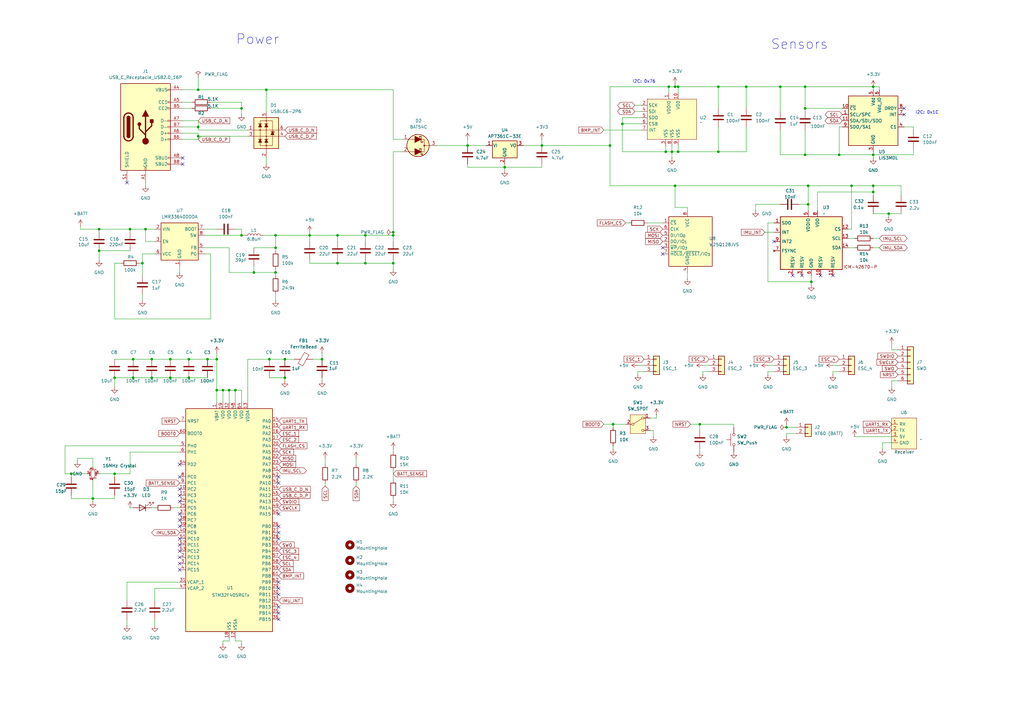
<source format=kicad_sch>
(kicad_sch (version 20250114) (generator "eeschema") (generator_version "9.0")
  (paper "A3")
  (lib_symbols
    (symbol "Connector:USB_C_Receptacle_USB2.0_16P" (pin_names (offset 1.016))
      (property "Reference" "J" (at 0 22.225 0))
      (property "Value" "USB_C_Receptacle_USB2.0_16P" (at 0 19.685 0))
      (symbol "USB_C_Receptacle_USB2.0_16P_1_1"
        (pin passive line (at -7.62 -22.86 90) (length 5.08) (name "SHIELD") (number "S1"))
        (pin passive line (at 0 -22.86 90) (length 5.08) (name "GND") (number "A1"))
        (pin passive line (at 0 -22.86 90) (length 5.08) (hide yes) (name "GND") (number "A12"))
        (pin passive line (at 0 -22.86 90) (length 5.08) (hide yes) (name "GND") (number "B1"))
        (pin passive line (at 0 -22.86 90) (length 5.08) (hide yes) (name "GND") (number "B12"))
        (pin passive line (at 15.24 15.24 180) (length 5.08) (name "VBUS") (number "A4"))
        (pin passive line (at 15.24 15.24 180) (length 5.08) (hide yes) (name "VBUS") (number "A9"))
        (pin passive line (at 15.24 15.24 180) (length 5.08) (hide yes) (name "VBUS") (number "B4"))
        (pin passive line (at 15.24 15.24 180) (length 5.08) (hide yes) (name "VBUS") (number "B9"))
        (pin bidirectional line (at 15.24 10.16 180) (length 5.08) (name "CC1") (number "A5"))
        (pin bidirectional line (at 15.24 7.62 180) (length 5.08) (name "CC2") (number "B5"))
        (pin bidirectional line (at 15.24 2.54 180) (length 5.08) (name "D-") (number "A7"))
        (pin bidirectional line (at 15.24 0 180) (length 5.08) (name "D-") (number "B7"))
        (pin bidirectional line (at 15.24 -2.54 180) (length 5.08) (name "D+") (number "A6"))
        (pin bidirectional line (at 15.24 -5.08 180) (length 5.08) (name "D+") (number "B6"))
        (pin bidirectional line (at 15.24 -12.7 180) (length 5.08) (name "SBU1") (number "A8"))
        (pin bidirectional line (at 15.24 -15.24 180) (length 5.08) (name "SBU2") (number "B8"))
      )
    )
    (symbol "Connector_Generic:Conn_01x02" (pin_names (offset 1.016) (hide yes))
      (property "Reference" "J" (at 0 2.54 0))
      (property "Value" "Conn_01x02" (at 0 -5.08 0))
      (symbol "Conn_01x02_1_1"
        (pin passive line (at -5.08 0 0) (length 3.81) (name "Pin_1") (number "1"))
        (pin passive line (at -5.08 -2.54 0) (length 3.81) (name "Pin_2") (number "2"))
      )
    )
    (symbol "Connector_Generic:Conn_01x03" (pin_names (offset 1.016) (hide yes))
      (property "Reference" "J" (at 0 5.08 0))
      (property "Value" "Conn_01x03" (at 0 -5.08 0))
      (symbol "Conn_01x03_1_1"
        (pin passive line (at -5.08 2.54 0) (length 3.81) (name "Pin_1") (number "1"))
        (pin passive line (at -5.08 0 0) (length 3.81) (name "Pin_2") (number "2"))
        (pin passive line (at -5.08 -2.54 0) (length 3.81) (name "Pin_3") (number "3"))
      )
    )
    (symbol "Connector_Generic:Conn_01x06" (pin_names (offset 1.016) (hide yes))
      (property "Reference" "J" (at 0 7.62 0))
      (property "Value" "Conn_01x06" (at 0 -10.16 0))
      (symbol "Conn_01x06_1_1"
        (pin passive line (at -5.08 5.08 0) (length 3.81) (name "Pin_1") (number "1"))
        (pin passive line (at -5.08 2.54 0) (length 3.81) (name "Pin_2") (number "2"))
        (pin passive line (at -5.08 0 0) (length 3.81) (name "Pin_3") (number "3"))
        (pin passive line (at -5.08 -2.54 0) (length 3.81) (name "Pin_4") (number "4"))
        (pin passive line (at -5.08 -5.08 0) (length 3.81) (name "Pin_5") (number "5"))
        (pin passive line (at -5.08 -7.62 0) (length 3.81) (name "Pin_6") (number "6"))
      )
    )
    (symbol "Custom_Symbols:ELRS_Nano_Receiver"
      (property "Reference" "U6" (at -1.524 14.986 0))
      (property "Value" "~" (at 6.35 3.9342 0))
      (symbol "ELRS_Nano_Receiver_1_1"
        (text "Receiver" (at 0 -1.27 0) (effects (font (size 1.27 1.27))))
        (pin input line (at -5.08 10.16 0) (length 2.54) (name "RX") (number "1"))
        (pin output line (at -5.08 7.62 0) (length 2.54) (name "TX") (number "2"))
        (pin power_in line (at -5.08 5.08 0) (length 2.54) (name "5V") (number "3"))
        (pin power_in line (at -5.08 2.54 0) (length 2.54) (name "GND") (number "4"))
      )
    )
    (symbol "Custom_Symbols:ICM-42670"
      (property "Reference" "U" (at 0 4.826 0))
      (symbol "ICM-42670_1_1"
        (pin input line (at -12.7 1.27 0) (length 2.54) (name "SCK") (number "2"))
        (pin bidirectional line (at -12.7 -1.27 0) (length 2.54) (name "SDI") (number "4"))
        (pin bidirectional line (at -12.7 -3.81 0) (length 2.54) (name "SDO") (number "5"))
        (pin input line (at -12.7 -6.35 0) (length 2.54) (name "CSB") (number "6"))
        (pin output line (at -12.7 -8.89 0) (length 2.54) (name "INT") (number "7"))
        (pin power_in line (at -2.54 -15.24 90) (length 2.54) (name "VSS") (number "3"))
        (pin bidirectional line (at -1.27 6.35 270) (length 2.54) (name "VDDIO") (number "1"))
        (pin power_in line (at 0 -15.24 90) (length 2.54) (name "VSS") (number "8"))
        (pin power_in line (at 2.54 6.35 270) (length 2.54) (name "VDD") (number "10"))
        (pin power_in line (at 2.54 -15.24 90) (length 2.54) (name "VSS") (number "9"))
      )
    )
    (symbol "Custom_Symbols:ICM-42670-P"
      (property "Reference" "U" (at 20.066 -5.842 0))
      (symbol "ICM-42670-P_1_1"
        (text "ICM-42670-P" (at 20.066 -7.874 0) (effects (font (size 1.27 1.27))))
        (pin bidirectional line (at -15.24 10.16 0) (length 2.54) (name "SDO") (number "1"))
        (pin input line (at -15.24 6.35 0) (length 2.54) (name "INT") (number "4"))
        (pin input line (at -15.24 2.54 0) (length 2.54) (name "INT2") (number "9"))
        (pin no_connect line (at -15.24 -1.27 0) (length 2.54) (name "FSYNC") (number "7"))
        (pin input line (at -7.62 -11.43 90) (length 2.54) (name "RESV") (number "2"))
        (pin input line (at -3.81 -11.43 90) (length 2.54) (name "RESV") (number "3"))
        (pin power_in line (at -1.27 15.24 270) (length 2.54) (name "VDDIO") (number "5"))
        (pin input line (at 0 -11.43 90) (length 2.54) (name "GND") (number "6"))
        (pin power_in line (at 2.54 15.24 270) (length 2.54) (name "VDD") (number "8"))
        (pin input line (at 3.81 -11.43 90) (length 2.54) (name "RESV") (number "10"))
        (pin input line (at 8.89 -11.43 90) (length 2.54) (name "RESV") (number "11"))
        (pin input line (at 15.24 7.62 180) (length 2.54) (name "CS") (number "12"))
        (pin input line (at 15.24 3.81 180) (length 2.54) (name "SCL") (number "13"))
        (pin bidirectional line (at 15.24 0 180) (length 2.54) (name "SDA") (number "14"))
      )
    )
    (symbol "Device:C" (pin_numbers (hide yes)) (pin_names (offset 0.254))
      (property "Reference" "C" (at 0.635 2.54 0))
      (property "Value" "C" (at 0.635 -2.54 0))
      (symbol "C_1_1"
        (pin passive line (at 0 3.81 270) (length 2.794) (name "~") (number "1"))
        (pin passive line (at 0 -3.81 90) (length 2.794) (name "~") (number "2"))
      )
    )
    (symbol "Device:Crystal_GND24_Small" (pin_names (offset 1.016) (hide yes))
      (property "Reference" "Y" (at 1.27 4.445 0))
      (property "Value" "Crystal_GND24_Small" (at 1.27 2.54 0))
      (symbol "Crystal_GND24_Small_1_1"
        (pin passive line (at -2.54 0 0) (length 1.27) (name "1") (number "1"))
        (pin passive line (at 0 2.54 270) (length 0.635) (name "4") (number "4"))
        (pin passive line (at 0 -2.54 90) (length 0.635) (name "2") (number "2"))
        (pin passive line (at 2.54 0 180) (length 1.27) (name "3") (number "3"))
      )
    )
    (symbol "Device:FerriteBead" (pin_numbers (hide yes)) (pin_names (offset 0))
      (property "Reference" "FB" (at -3.81 0.635 90))
      (property "Value" "FerriteBead" (at 3.81 0 90))
      (symbol "FerriteBead_1_1"
        (pin passive line (at 0 3.81 270) (length 2.54) (name "~") (number "1"))
        (pin passive line (at 0 -3.81 90) (length 2.54) (name "~") (number "2"))
      )
    )
    (symbol "Device:L" (pin_numbers (hide yes)) (pin_names (offset 1.016) (hide yes))
      (property "Reference" "L" (at -1.27 0 90))
      (property "Value" "L" (at 1.905 0 90))
      (symbol "L_1_1"
        (pin passive line (at 0 3.81 270) (length 1.27) (name "1") (number "1"))
        (pin passive line (at 0 -3.81 90) (length 1.27) (name "2") (number "2"))
      )
    )
    (symbol "Device:LED" (pin_numbers (hide yes)) (pin_names (offset 1.016) (hide yes))
      (property "Reference" "D" (at 0 2.54 0))
      (property "Value" "LED" (at 0 -2.54 0))
      (symbol "LED_1_1"
        (pin passive line (at -3.81 0 0) (length 2.54) (name "K") (number "1"))
        (pin passive line (at 3.81 0 180) (length 2.54) (name "A") (number "2"))
      )
    )
    (symbol "Device:R" (pin_numbers (hide yes)) (pin_names (offset 0))
      (property "Reference" "R" (at 2.032 0 90))
      (property "Value" "R" (at 0 0 90))
      (symbol "R_1_1"
        (pin passive line (at 0 3.81 270) (length 1.27) (name "~") (number "1"))
        (pin passive line (at 0 -3.81 90) (length 1.27) (name "~") (number "2"))
      )
    )
    (symbol "MCU_ST_STM32F4:STM32F405RGTx"
      (property "Reference" "U" (at -17.78 46.99 0))
      (property "Value" "STM32F405RGTx" (at 10.16 46.99 0))
      (symbol "STM32F405RGTx_1_1"
        (pin input line (at -20.32 40.64 0) (length 2.54) (name "NRST") (number "7"))
        (pin input line (at -20.32 35.56 0) (length 2.54) (name "BOOT0") (number "60"))
        (pin bidirectional line (at -20.32 30.48 0) (length 2.54) (name "PH0") (number "5"))
        (pin bidirectional line (at -20.32 27.94 0) (length 2.54) (name "PH1") (number "6"))
        (pin bidirectional line (at -20.32 22.86 0) (length 2.54) (name "PD2") (number "54"))
        (pin bidirectional line (at -20.32 17.78 0) (length 2.54) (name "PC0") (number "8"))
        (pin bidirectional line (at -20.32 15.24 0) (length 2.54) (name "PC1") (number "9"))
        (pin bidirectional line (at -20.32 12.7 0) (length 2.54) (name "PC2") (number "10"))
        (pin bidirectional line (at -20.32 10.16 0) (length 2.54) (name "PC3") (number "11"))
        (pin bidirectional line (at -20.32 7.62 0) (length 2.54) (name "PC4") (number "24"))
        (pin bidirectional line (at -20.32 5.08 0) (length 2.54) (name "PC5") (number "25"))
        (pin bidirectional line (at -20.32 2.54 0) (length 2.54) (name "PC6") (number "37"))
        (pin bidirectional line (at -20.32 0 0) (length 2.54) (name "PC7") (number "38"))
        (pin bidirectional line (at -20.32 -2.54 0) (length 2.54) (name "PC8") (number "39"))
        (pin bidirectional line (at -20.32 -5.08 0) (length 2.54) (name "PC9") (number "40"))
        (pin bidirectional line (at -20.32 -7.62 0) (length 2.54) (name "PC10") (number "51"))
        (pin bidirectional line (at -20.32 -10.16 0) (length 2.54) (name "PC11") (number "52"))
        (pin bidirectional line (at -20.32 -12.7 0) (length 2.54) (name "PC12") (number "53"))
        (pin bidirectional line (at -20.32 -15.24 0) (length 2.54) (name "PC13") (number "2"))
        (pin bidirectional line (at -20.32 -17.78 0) (length 2.54) (name "PC14") (number "3"))
        (pin bidirectional line (at -20.32 -20.32 0) (length 2.54) (name "PC15") (number "4"))
        (pin power_out line (at -20.32 -25.4 0) (length 2.54) (name "VCAP_1") (number "31"))
        (pin power_out line (at -20.32 -27.94 0) (length 2.54) (name "VCAP_2") (number "47"))
        (pin power_in line (at -5.08 48.26 270) (length 2.54) (name "VBAT") (number "1"))
        (pin power_in line (at -2.54 48.26 270) (length 2.54) (name "VDD") (number "19"))
        (pin power_in line (at 0 48.26 270) (length 2.54) (name "VDD") (number "32"))
        (pin power_in line (at 0 -48.26 90) (length 2.54) (name "VSS") (number "18"))
        (pin passive line (at 0 -48.26 90) (length 2.54) (hide yes) (name "VSS") (number "63"))
        (pin power_in line (at 2.54 48.26 270) (length 2.54) (name "VDD") (number "48"))
        (pin power_in line (at 2.54 -48.26 90) (length 2.54) (name "VSSA") (number "12"))
        (pin power_in line (at 5.08 48.26 270) (length 2.54) (name "VDD") (number "64"))
        (pin power_in line (at 7.62 48.26 270) (length 2.54) (name "VDDA") (number "13"))
        (pin bidirectional line (at 20.32 40.64 180) (length 2.54) (name "PA0") (number "14"))
        (pin bidirectional line (at 20.32 38.1 180) (length 2.54) (name "PA1") (number "15"))
        (pin bidirectional line (at 20.32 35.56 180) (length 2.54) (name "PA2") (number "16"))
        (pin bidirectional line (at 20.32 33.02 180) (length 2.54) (name "PA3") (number "17"))
        (pin bidirectional line (at 20.32 30.48 180) (length 2.54) (name "PA4") (number "20"))
        (pin bidirectional line (at 20.32 27.94 180) (length 2.54) (name "PA5") (number "21"))
        (pin bidirectional line (at 20.32 25.4 180) (length 2.54) (name "PA6") (number "22"))
        (pin bidirectional line (at 20.32 22.86 180) (length 2.54) (name "PA7") (number "23"))
        (pin bidirectional line (at 20.32 20.32 180) (length 2.54) (name "PA8") (number "41"))
        (pin bidirectional line (at 20.32 17.78 180) (length 2.54) (name "PA9") (number "42"))
        (pin bidirectional line (at 20.32 15.24 180) (length 2.54) (name "PA10") (number "43"))
        (pin bidirectional line (at 20.32 12.7 180) (length 2.54) (name "PA11") (number "44"))
        (pin bidirectional line (at 20.32 10.16 180) (length 2.54) (name "PA12") (number "45"))
        (pin bidirectional line (at 20.32 7.62 180) (length 2.54) (name "PA13") (number "46"))
        (pin bidirectional line (at 20.32 5.08 180) (length 2.54) (name "PA14") (number "49"))
        (pin bidirectional line (at 20.32 2.54 180) (length 2.54) (name "PA15") (number "50"))
        (pin bidirectional line (at 20.32 -2.54 180) (length 2.54) (name "PB0") (number "26"))
        (pin bidirectional line (at 20.32 -5.08 180) (length 2.54) (name "PB1") (number "27"))
        (pin bidirectional line (at 20.32 -7.62 180) (length 2.54) (name "PB2") (number "28"))
        (pin bidirectional line (at 20.32 -10.16 180) (length 2.54) (name "PB3") (number "55"))
        (pin bidirectional line (at 20.32 -12.7 180) (length 2.54) (name "PB4") (number "56"))
        (pin bidirectional line (at 20.32 -15.24 180) (length 2.54) (name "PB5") (number "57"))
        (pin bidirectional line (at 20.32 -17.78 180) (length 2.54) (name "PB6") (number "58"))
        (pin bidirectional line (at 20.32 -20.32 180) (length 2.54) (name "PB7") (number "59"))
        (pin bidirectional line (at 20.32 -22.86 180) (length 2.54) (name "PB8") (number "61"))
        (pin bidirectional line (at 20.32 -25.4 180) (length 2.54) (name "PB9") (number "62"))
        (pin bidirectional line (at 20.32 -27.94 180) (length 2.54) (name "PB10") (number "29"))
        (pin bidirectional line (at 20.32 -30.48 180) (length 2.54) (name "PB11") (number "30"))
        (pin bidirectional line (at 20.32 -33.02 180) (length 2.54) (name "PB12") (number "33"))
        (pin bidirectional line (at 20.32 -35.56 180) (length 2.54) (name "PB13") (number "34"))
        (pin bidirectional line (at 20.32 -38.1 180) (length 2.54) (name "PB14") (number "35"))
        (pin bidirectional line (at 20.32 -40.64 180) (length 2.54) (name "PB15") (number "36"))
      )
    )
    (symbol "Mechanical:MountingHole" (pin_names (offset 1.016)) (exclude_from_sim yes) (in_bom no)
      (property "Reference" "H" (at 0 5.08 0))
      (property "Value" "MountingHole" (at 0 3.175 0))
    )
    (symbol "Memory_Flash:W25Q128JVS"
      (property "Reference" "U" (at -6.35 11.43 0))
      (property "Value" "W25Q128JVS" (at 7.62 11.43 0))
      (symbol "W25Q128JVS_1_1"
        (pin input line (at -10.16 7.62 0) (length 2.54) (name "~{CS}") (number "1"))
        (pin input line (at -10.16 5.08 0) (length 2.54) (name "CLK") (number "6"))
        (pin bidirectional line (at -10.16 2.54 0) (length 2.54) (name "DI/IO_{0}") (number "5"))
        (pin bidirectional line (at -10.16 0 0) (length 2.54) (name "DO/IO_{1}") (number "2"))
        (pin bidirectional line (at -10.16 -2.54 0) (length 2.54) (name "~{WP}/IO_{2}") (number "3"))
        (pin bidirectional line (at -10.16 -5.08 0) (length 2.54) (name "~{HOLD}/~{RESET}/IO_{3}") (number "7"))
        (pin power_in line (at 0 12.7 270) (length 2.54) (name "VCC") (number "8"))
        (pin power_in line (at 0 -12.7 90) (length 2.54) (name "GND") (number "4"))
      )
    )
    (symbol "PCM_Capacitor_AKL:C_0402" (pin_numbers (hide yes)) (pin_names (offset 0.254))
      (property "Reference" "C" (at 0.635 2.54 0))
      (property "Value" "C_0402" (at 0.635 -2.54 0))
      (symbol "C_0402_1_1"
        (pin passive line (at 0 3.81 270) (length 2.794) (name "~") (number "1"))
        (pin passive line (at 0 -3.81 90) (length 2.794) (name "~") (number "2"))
      )
    )
    (symbol "PCM_Capacitor_AKL:C_0603" (pin_numbers (hide yes)) (pin_names (offset 0.254))
      (property "Reference" "C" (at 0.635 2.54 0))
      (property "Value" "C_0603" (at 0.635 -2.54 0))
      (symbol "C_0603_1_1"
        (pin passive line (at 0 3.81 270) (length 2.794) (name "~") (number "1"))
        (pin passive line (at 0 -3.81 90) (length 2.794) (name "~") (number "2"))
      )
    )
    (symbol "PCM_Diode_Schottky_AKL:BAT54C" (pin_names (offset 1.016) (hide yes))
      (property "Reference" "D" (at 0 8.89 0))
      (property "Value" "BAT54C" (at 0 6.35 0))
      (symbol "BAT54C_1_1"
        (pin passive line (at -6.35 2.54 0) (length 2.54) (name "A2") (number "1"))
        (pin passive line (at -6.35 -2.54 0) (length 2.54) (name "A1") (number "2"))
        (pin passive line (at 7.62 0 180) (length 2.54) (name "K") (number "3"))
      )
    )
    (symbol "PCM_Diode_TVS_AKL:USBLC6-2P6" (pin_names (offset 1.016) (hide yes))
      (property "Reference" "D" (at 6.35 6.35 0))
      (property "Value" "USBLC6-2P6" (at 6.35 3.81 0))
      (symbol "USBLC6-2P6_1_1"
        (pin passive line (at -7.62 0 0) (length 2.54) (name "L1") (number "1"))
        (pin passive line (at -7.62 -2.54 0) (length 2.54) (name "L2") (number "3"))
        (pin passive line (at 0 7.62 270) (length 2.54) (name "VP") (number "5"))
        (pin passive line (at 0 -11.43 90) (length 2.54) (name "VN") (number "2"))
        (pin passive line (at 7.62 0 180) (length 2.54) (name "L1") (number "6"))
        (pin passive line (at 7.62 -2.54 180) (length 2.54) (name "L2") (number "4"))
      )
    )
    (symbol "Regulator_Linear:AP7361C-33E" (pin_names (offset 0.254))
      (property "Reference" "U" (at -3.81 3.175 0))
      (property "Value" "AP7361C-33E" (at 0 3.175 0))
      (symbol "AP7361C-33E_1_1"
        (pin power_in line (at -7.62 0 0) (length 2.54) (name "VI") (number "1"))
        (pin power_in line (at 0 -7.62 90) (length 2.54) (name "GND") (number "2"))
        (pin power_out line (at 7.62 0 180) (length 2.54) (name "VO") (number "3"))
      )
    )
    (symbol "Regulator_Switching:LMR33640DDDA"
      (property "Reference" "U" (at 0 11.43 0))
      (property "Value" "LMR33640DDDA" (at 0 8.89 0))
      (symbol "LMR33640DDDA_1_1"
        (pin power_in line (at -10.16 5.08 0) (length 2.54) (name "VIN") (number "2"))
        (pin input line (at -10.16 0 0) (length 2.54) (name "EN") (number "3"))
        (pin power_out line (at -10.16 -5.08 0) (length 2.54) (name "VCC") (number "6"))
        (pin power_in line (at 0 -10.16 90) (length 2.54) (name "GND") (number "1"))
        (pin passive line (at 0 -10.16 90) (length 2.54) (hide yes) (name "GND") (number "9"))
        (pin input line (at 10.16 5.08 180) (length 2.54) (name "BOOT") (number "7"))
        (pin output line (at 10.16 2.54 180) (length 2.54) (name "SW") (number "8"))
        (pin input line (at 10.16 -2.54 180) (length 2.54) (name "FB") (number "5"))
        (pin open_collector line (at 10.16 -5.08 180) (length 2.54) (name "PG") (number "4"))
      )
    )
    (symbol "Sensor_Magnetic:LIS3MDL"
      (property "Reference" "U" (at -8.89 11.43 0))
      (property "Value" "LIS3MDL" (at 7.62 11.43 0))
      (symbol "LIS3MDL_1_1"
        (pin input line (at -12.7 5.08 0) (length 2.54) (name "~{CS}") (number "10"))
        (pin input line (at -12.7 2.54 0) (length 2.54) (name "SCL/SPC") (number "1"))
        (pin bidirectional line (at -12.7 0 0) (length 2.54) (name "SDA/SDI/SDO") (number "11"))
        (pin bidirectional line (at -12.7 -2.54 0) (length 2.54) (name "SDO/SA1") (number "9"))
        (pin power_in line (at 0 12.7 270) (length 2.54) (name "Vdd") (number "5"))
        (pin passive line (at 0 -12.7 90) (length 2.54) (hide yes) (name "GND") (number "12"))
        (pin passive line (at 0 -12.7 90) (length 2.54) (hide yes) (name "GND") (number "2"))
        (pin power_in line (at 0 -12.7 90) (length 2.54) (name "GND") (number "3"))
        (pin power_in line (at 2.54 12.7 270) (length 2.54) (name "Vdd_IO") (number "6"))
        (pin output line (at 12.7 5.08 180) (length 2.54) (name "DRDY") (number "8"))
        (pin output line (at 12.7 2.54 180) (length 2.54) (name "INT") (number "7"))
        (pin power_out line (at 12.7 -2.54 180) (length 2.54) (name "C1") (number "4"))
      )
    )
    (symbol "Switch:SW_Push" (pin_numbers (hide yes)) (pin_names (offset 1.016) (hide yes))
      (property "Reference" "SW" (at 1.27 2.54 0))
      (property "Value" "SW_Push" (at 0 -1.524 0))
      (symbol "SW_Push_0_1"
        (pin passive line (at -5.08 0 0) (length 2.54) (name "1") (number "1"))
        (pin passive line (at 5.08 0 180) (length 2.54) (name "2") (number "2"))
      )
    )
    (symbol "Switch:SW_SPDT" (pin_names (offset 0) (hide yes))
      (property "Reference" "SW" (at 0 5.08 0))
      (property "Value" "SW_SPDT" (at 0 -5.08 0))
      (symbol "SW_SPDT_1_1"
        (pin passive line (at -5.08 0 0) (length 2.54) (name "B") (number "2"))
        (pin passive line (at 5.08 2.54 180) (length 2.54) (name "A") (number "1"))
        (pin passive line (at 5.08 -2.54 180) (length 2.54) (name "C") (number "3"))
      )
    )
    (symbol "power:+3.3V" (power) (pin_numbers (hide yes)) (pin_names (offset 0) (hide yes))
      (property "Value" "+3.3V" (at 0 3.556 0))
      (symbol "+3.3V_1_1"
        (pin power_in line (at 0 0 90) (length 0) (name "~") (number "1"))
      )
    )
    (symbol "power:+3V3" (power) (pin_numbers (hide yes)) (pin_names (offset 0) (hide yes))
      (property "Value" "+3V3" (at 0 3.556 0))
      (symbol "+3V3_1_1"
        (pin power_in line (at 0 0 90) (length 0) (name "~") (number "1"))
      )
    )
    (symbol "power:+5V" (power) (pin_numbers (hide yes)) (pin_names (offset 0) (hide yes))
      (property "Value" "+5V" (at 0 3.556 0))
      (symbol "+5V_1_1"
        (pin power_in line (at 0 0 90) (length 0) (name "~") (number "1"))
      )
    )
    (symbol "power:+BATT" (power) (pin_numbers (hide yes)) (pin_names (offset 0) (hide yes))
      (property "Value" "+BATT" (at 0 3.556 0))
      (symbol "+BATT_1_1"
        (pin power_in line (at 0 0 90) (length 0) (name "~") (number "1"))
      )
    )
    (symbol "power:GND" (power) (pin_numbers (hide yes)) (pin_names (offset 0) (hide yes))
      (property "Value" "GND" (at 0 -3.81 0))
      (symbol "GND_1_1"
        (pin power_in line (at 0 0 270) (length 0) (name "~") (number "1"))
      )
    )
    (symbol "power:PWR_FLAG" (power) (pin_numbers (hide yes)) (pin_names (offset 0) (hide yes))
      (property "Value" "PWR_FLAG" (at 0 3.81 0))
      (symbol "PWR_FLAG_0_0"
        (pin power_out line (at 0 0 90) (length 0) (name "~") (number "1"))
      )
    )
  )
  (text "I2C: 0x76" (at 264.16 33.528 0) (effects (font (size 1.27 1.27))))
  (text "Power\n" (at 105.664 16.256 0) (effects (font (size 4 4))))
  (text "I2C: 0x1C" (at 380.238 46.228 0) (effects (font (size 1.27 1.27))))
  (text "Sensors\n" (at 327.914 18.288 0) (effects (font (size 4 4))))
  (junction (at 116.84 147.32))
  (junction (at 113.03 111.76))
  (junction (at 69.85 154.94))
  (junction (at 93.98 160.02))
  (junction (at 29.21 194.31))
  (junction (at 358.14 63.5))
  (junction (at 278.13 35.56))
  (junction (at 77.47 154.94))
  (junction (at 127 96.52))
  (junction (at 46.99 154.94))
  (junction (at 88.9 160.02))
  (junction (at 161.29 107.95))
  (junction (at 113.03 101.6))
  (junction (at 349.25 76.2))
  (junction (at 306.07 35.56))
  (junction (at 81.28 55.88))
  (junction (at 331.47 76.2))
  (junction (at 77.47 147.32))
  (junction (at 53.34 93.98))
  (junction (at 274.32 35.56))
  (junction (at 96.52 160.02))
  (junction (at 69.85 147.32))
  (junction (at 222.25 59.69))
  (junction (at 62.23 154.94))
  (junction (at 81.28 52.07))
  (junction (at 332.74 115.57))
  (junction (at 330.2 44.45))
  (junction (at 58.42 107.95))
  (junction (at 85.09 147.32))
  (junction (at 251.46 173.99))
  (junction (at 99.06 44.45))
  (junction (at 149.86 107.95))
  (junction (at 294.64 62.23))
  (junction (at 358.14 78.74))
  (junction (at 40.64 93.98))
  (junction (at 276.86 76.2))
  (junction (at 138.43 96.52))
  (junction (at 116.84 154.94))
  (junction (at 207.01 68.58))
  (junction (at 331.47 83.82))
  (junction (at 330.2 35.56))
  (junction (at 104.14 111.76))
  (junction (at 276.86 35.56))
  (junction (at 113.03 96.52))
  (junction (at 38.1 204.47))
  (junction (at 54.61 147.32))
  (junction (at 109.22 36.83))
  (junction (at 287.02 173.99))
  (junction (at 91.44 160.02))
  (junction (at 330.2 63.5))
  (junction (at 294.64 35.56))
  (junction (at 59.69 93.98))
  (junction (at 132.08 147.32))
  (junction (at 161.29 95.25))
  (junction (at 191.77 59.69))
  (junction (at 364.49 87.63))
  (junction (at 46.99 194.31))
  (junction (at 40.64 102.87))
  (junction (at 275.59 62.23))
  (junction (at 358.14 35.56))
  (junction (at 344.17 63.5))
  (junction (at 81.28 36.83))
  (junction (at 320.04 35.56))
  (junction (at 110.49 147.32))
  (junction (at 54.61 154.94))
  (junction (at 250.19 59.69))
  (junction (at 161.29 96.52))
  (junction (at 255.27 50.8))
  (junction (at 149.86 96.52))
  (junction (at 88.9 147.32))
  (junction (at 273.05 62.23))
  (junction (at 99.06 96.52))
  (junction (at 138.43 107.95))
  (junction (at 322.58 175.26))
  (junction (at 278.13 62.23))
  (junction (at 358.14 76.2))
  (junction (at 62.23 147.32))
  (no_connect (at 370.84 44.45))
  (no_connect (at 73.66 205.74))
  (no_connect (at 114.3 198.12))
  (no_connect (at 271.78 101.6))
  (no_connect (at 73.66 228.6))
  (no_connect (at 114.3 238.76))
  (no_connect (at 341.63 113.03))
  (no_connect (at 73.66 223.52))
  (no_connect (at 271.78 104.14))
  (no_connect (at 317.5 99.06))
  (no_connect (at 73.66 195.58))
  (no_connect (at 325.12 113.03))
  (no_connect (at 73.66 226.06))
  (no_connect (at 73.66 220.98))
  (no_connect (at 370.84 46.99))
  (no_connect (at 114.3 218.44))
  (no_connect (at 114.3 195.58))
  (no_connect (at 73.66 233.68))
  (no_connect (at 73.66 203.2))
  (no_connect (at 52.07 74.93))
  (no_connect (at 73.66 200.66))
  (no_connect (at 336.55 113.03))
  (no_connect (at 114.3 251.46))
  (no_connect (at 114.3 220.98))
  (no_connect (at 328.93 113.03))
  (no_connect (at 73.66 210.82))
  (no_connect (at 74.93 64.77))
  (no_connect (at 74.93 67.31))
  (no_connect (at 114.3 215.9))
  (no_connect (at 114.3 241.3))
  (no_connect (at 73.66 215.9))
  (no_connect (at 73.66 231.14))
  (no_connect (at 114.3 210.82))
  (no_connect (at 73.66 190.5))
  (no_connect (at 114.3 254))
  (no_connect (at 73.66 213.36))
  (no_connect (at 114.3 243.84))
  (no_connect (at 114.3 248.92))
  (wire (pts (xy 278.13 35.56) (xy 294.64 35.56)))
  (wire (pts (xy 364.49 88.9) (xy 364.49 87.63)))
  (wire (pts (xy 320.04 35.56) (xy 330.2 35.56)))
  (wire (pts (xy 349.25 93.98) (xy 349.25 76.2)))
  (wire (pts (xy 99.06 41.91) (xy 99.06 44.45)))
  (wire (pts (xy 46.99 154.94) (xy 46.99 158.75)))
  (wire (pts (xy 358.14 35.56) (xy 360.68 35.56)))
  (wire (pts (xy 58.42 107.95) (xy 58.42 113.03)))
  (wire (pts (xy 322.58 177.8) (xy 322.58 179.07)))
  (wire (pts (xy 93.98 160.02) (xy 93.98 165.1)))
  (wire (pts (xy 86.36 130.81) (xy 86.36 104.14)))
  (wire (pts (xy 46.99 194.31) (xy 46.99 195.58)))
  (wire (pts (xy 358.14 101.6) (xy 360.68 101.6)))
  (wire (pts (xy 63.5 104.14) (xy 58.42 104.14)))
  (wire (pts (xy 358.14 36.83) (xy 358.14 35.56)))
  (wire (pts (xy 350.52 179.07) (xy 365.76 179.07)))
  (wire (pts (xy 59.69 99.06) (xy 59.69 93.98)))
  (wire (pts (xy 214.63 59.69) (xy 222.25 59.69)))
  (wire (pts (xy 179.07 59.69) (xy 191.77 59.69)))
  (wire (pts (xy 361.95 181.61) (xy 361.95 184.15)))
  (wire (pts (xy 149.86 96.52) (xy 149.86 99.06)))
  (wire (pts (xy 274.32 35.56) (xy 274.32 38.1)))
  (wire (pts (xy 74.93 41.91) (xy 78.74 41.91)))
  (wire (pts (xy 330.2 44.45) (xy 345.44 44.45)))
  (wire (pts (xy 132.08 144.78) (xy 132.08 147.32)))
  (wire (pts (xy 345.44 52.07) (xy 344.17 52.07)))
  (wire (pts (xy 317.5 91.44) (xy 314.96 91.44)))
  (wire (pts (xy 63.5 241.3) (xy 73.66 241.3)))
  (wire (pts (xy 138.43 106.68) (xy 138.43 107.95)))
  (wire (pts (xy 26.67 182.88) (xy 73.66 182.88)))
  (wire (pts (xy 331.47 76.2) (xy 331.47 83.82)))
  (wire (pts (xy 313.69 95.25) (xy 317.5 95.25)))
  (wire (pts (xy 83.82 101.6) (xy 93.98 101.6)))
  (wire (pts (xy 57.15 107.95) (xy 58.42 107.95)))
  (wire (pts (xy 133.35 199.39) (xy 133.35 198.12)))
  (wire (pts (xy 276.86 76.2) (xy 276.86 85.09)))
  (wire (pts (xy 330.2 45.72) (xy 330.2 44.45)))
  (wire (pts (xy 62.23 154.94) (xy 69.85 154.94)))
  (wire (pts (xy 330.2 35.56) (xy 358.14 35.56)))
  (wire (pts (xy 222.25 59.69) (xy 250.19 59.69)))
  (wire (pts (xy 331.47 76.2) (xy 349.25 76.2)))
  (wire (pts (xy 46.99 154.94) (xy 54.61 154.94)))
  (wire (pts (xy 59.69 74.93) (xy 59.69 76.2)))
  (wire (pts (xy 320.04 63.5) (xy 330.2 63.5)))
  (wire (pts (xy 74.93 36.83) (xy 81.28 36.83)))
  (wire (pts (xy 63.5 93.98) (xy 59.69 93.98)))
  (wire (pts (xy 133.35 187.96) (xy 133.35 190.5)))
  (wire (pts (xy 63.5 254) (xy 63.5 256.54)))
  (wire (pts (xy 347.98 97.79) (xy 350.52 97.79)))
  (wire (pts (xy 364.49 87.63) (xy 369.57 87.63)))
  (wire (pts (xy 281.94 111.76) (xy 281.94 114.3)))
  (wire (pts (xy 320.04 53.34) (xy 320.04 63.5)))
  (wire (pts (xy 327.66 83.82) (xy 331.47 83.82)))
  (wire (pts (xy 191.77 59.69) (xy 199.39 59.69)))
  (wire (pts (xy 274.32 35.56) (xy 276.86 35.56)))
  (wire (pts (xy 138.43 96.52) (xy 149.86 96.52)))
  (wire (pts (xy 81.28 57.15) (xy 81.28 55.88)))
  (wire (pts (xy 261.62 152.4) (xy 261.62 153.67)))
  (wire (pts (xy 109.22 64.77) (xy 109.22 67.31)))
  (wire (pts (xy 276.86 34.29) (xy 276.86 35.56)))
  (wire (pts (xy 261.62 152.4) (xy 264.16 152.4)))
  (wire (pts (xy 266.7 176.53) (xy 267.97 176.53)))
  (wire (pts (xy 81.28 36.83) (xy 109.22 36.83)))
  (wire (pts (xy 74.93 57.15) (xy 81.28 57.15)))
  (wire (pts (xy 93.98 111.76) (xy 104.14 111.76)))
  (wire (pts (xy 33.02 93.98) (xy 33.02 92.71)))
  (wire (pts (xy 81.28 53.34) (xy 101.6 53.34)))
  (wire (pts (xy 365.76 143.51) (xy 365.76 140.97)))
  (wire (pts (xy 54.61 147.32) (xy 62.23 147.32)))
  (wire (pts (xy 40.64 102.87) (xy 40.64 106.68)))
  (wire (pts (xy 81.28 52.07) (xy 81.28 49.53)))
  (wire (pts (xy 149.86 106.68) (xy 149.86 107.95)))
  (wire (pts (xy 341.63 149.86) (xy 344.17 149.86)))
  (wire (pts (xy 269.24 170.18) (xy 269.24 171.45)))
  (wire (pts (xy 335.28 78.74) (xy 335.28 86.36)))
  (wire (pts (xy 294.64 44.45) (xy 294.64 35.56)))
  (wire (pts (xy 358.14 80.01) (xy 358.14 78.74)))
  (wire (pts (xy 38.1 204.47) (xy 38.1 205.74)))
  (wire (pts (xy 314.96 149.86) (xy 317.5 149.86)))
  (wire (pts (xy 26.67 194.31) (xy 29.21 194.31)))
  (wire (pts (xy 331.47 83.82) (xy 331.47 86.36)))
  (wire (pts (xy 77.47 154.94) (xy 85.09 154.94)))
  (wire (pts (xy 40.64 102.87) (xy 53.34 102.87)))
  (wire (pts (xy 113.03 101.6) (xy 113.03 102.87)))
  (wire (pts (xy 332.74 113.03) (xy 332.74 115.57)))
  (wire (pts (xy 306.07 62.23) (xy 294.64 62.23)))
  (wire (pts (xy 86.36 104.14) (xy 83.82 104.14)))
  (wire (pts (xy 91.44 160.02) (xy 91.44 165.1)))
  (wire (pts (xy 294.64 35.56) (xy 306.07 35.56)))
  (wire (pts (xy 83.82 96.52) (xy 99.06 96.52)))
  (wire (pts (xy 309.88 83.82) (xy 320.04 83.82)))
  (wire (pts (xy 99.06 96.52) (xy 100.33 96.52)))
  (wire (pts (xy 99.06 262.89) (xy 96.52 262.89)))
  (wire (pts (xy 38.1 187.96) (xy 38.1 191.77)))
  (wire (pts (xy 46.99 147.32) (xy 54.61 147.32)))
  (wire (pts (xy 275.59 59.69) (xy 275.59 62.23)))
  (wire (pts (xy 276.86 76.2) (xy 331.47 76.2)))
  (wire (pts (xy 46.99 107.95) (xy 49.53 107.95)))
  (wire (pts (xy 309.88 83.82) (xy 309.88 86.36)))
  (wire (pts (xy 300.99 173.99) (xy 300.99 175.26)))
  (wire (pts (xy 344.17 63.5) (xy 358.14 63.5)))
  (wire (pts (xy 374.65 60.96) (xy 374.65 63.5)))
  (wire (pts (xy 250.19 59.69) (xy 250.19 76.2)))
  (wire (pts (xy 52.07 246.38) (xy 52.07 238.76)))
  (wire (pts (xy 287.02 173.99) (xy 287.02 176.53)))
  (wire (pts (xy 368.3 143.51) (xy 365.76 143.51)))
  (wire (pts (xy 247.65 53.34) (xy 262.89 53.34)))
  (wire (pts (xy 149.86 107.95) (xy 161.29 107.95)))
  (wire (pts (xy 165.1 62.23) (xy 161.29 62.23)))
  (wire (pts (xy 99.06 46.99) (xy 99.06 44.45)))
  (wire (pts (xy 358.14 62.23) (xy 358.14 63.5)))
  (wire (pts (xy 306.07 52.07) (xy 306.07 62.23)))
  (wire (pts (xy 132.08 156.21) (xy 132.08 154.94)))
  (wire (pts (xy 146.05 199.39) (xy 146.05 198.12)))
  (wire (pts (xy 365.76 156.21) (xy 365.76 158.75)))
  (wire (pts (xy 29.21 204.47) (xy 38.1 204.47)))
  (wire (pts (xy 276.86 35.56) (xy 278.13 35.56)))
  (wire (pts (xy 149.86 96.52) (xy 161.29 96.52)))
  (wire (pts (xy 88.9 147.32) (xy 88.9 160.02)))
  (wire (pts (xy 46.99 204.47) (xy 46.99 203.2)))
  (wire (pts (xy 358.14 97.79) (xy 360.68 97.79)))
  (wire (pts (xy 273.05 62.23) (xy 275.59 62.23)))
  (wire (pts (xy 161.29 36.83) (xy 161.29 57.15)))
  (wire (pts (xy 53.34 93.98) (xy 40.64 93.98)))
  (wire (pts (xy 96.52 262.89) (xy 96.52 261.62)))
  (wire (pts (xy 207.01 68.58) (xy 207.01 69.85)))
  (wire (pts (xy 62.23 147.32) (xy 69.85 147.32)))
  (wire (pts (xy 86.36 44.45) (xy 99.06 44.45)))
  (wire (pts (xy 326.39 177.8) (xy 322.58 177.8)))
  (wire (pts (xy 161.29 193.04) (xy 161.29 196.85)))
  (wire (pts (xy 207.01 67.31) (xy 207.01 68.58)))
  (wire (pts (xy 278.13 59.69) (xy 278.13 62.23)))
  (wire (pts (xy 138.43 96.52) (xy 138.43 99.06)))
  (wire (pts (xy 96.52 160.02) (xy 96.52 165.1)))
  (wire (pts (xy 81.28 55.88) (xy 101.6 55.88)))
  (wire (pts (xy 88.9 160.02) (xy 88.9 165.1)))
  (wire (pts (xy 330.2 53.34) (xy 330.2 63.5)))
  (wire (pts (xy 104.14 111.76) (xy 113.03 111.76)))
  (wire (pts (xy 287.02 173.99) (xy 300.99 173.99)))
  (wire (pts (xy 314.96 115.57) (xy 332.74 115.57)))
  (wire (pts (xy 161.29 204.47) (xy 161.29 205.74)))
  (wire (pts (xy 46.99 130.81) (xy 86.36 130.81)))
  (wire (pts (xy 104.14 101.6) (xy 113.03 101.6)))
  (wire (pts (xy 52.07 254) (xy 52.07 256.54)))
  (wire (pts (xy 99.06 160.02) (xy 99.06 165.1)))
  (wire (pts (xy 288.29 149.86) (xy 290.83 149.86)))
  (wire (pts (xy 132.08 147.32) (xy 128.27 147.32)))
  (wire (pts (xy 71.12 208.28) (xy 73.66 208.28)))
  (wire (pts (xy 250.19 59.69) (xy 250.19 35.56)))
  (wire (pts (xy 88.9 144.78) (xy 88.9 147.32)))
  (wire (pts (xy 109.22 36.83) (xy 161.29 36.83)))
  (wire (pts (xy 191.77 67.31) (xy 191.77 68.58)))
  (wire (pts (xy 251.46 175.26) (xy 251.46 173.99)))
  (wire (pts (xy 161.29 107.95) (xy 161.29 110.49)))
  (wire (pts (xy 255.27 48.26) (xy 255.27 50.8)))
  (wire (pts (xy 99.06 93.98) (xy 96.52 93.98)))
  (wire (pts (xy 46.99 107.95) (xy 46.99 130.81)))
  (wire (pts (xy 306.07 35.56) (xy 306.07 44.45)))
  (wire (pts (xy 109.22 36.83) (xy 109.22 45.72)))
  (wire (pts (xy 374.65 63.5) (xy 358.14 63.5)))
  (wire (pts (xy 113.03 96.52) (xy 127 96.52)))
  (wire (pts (xy 40.64 194.31) (xy 46.99 194.31)))
  (wire (pts (xy 54.61 154.94) (xy 62.23 154.94)))
  (wire (pts (xy 86.36 41.91) (xy 99.06 41.91)))
  (wire (pts (xy 255.27 50.8) (xy 255.27 62.23)))
  (wire (pts (xy 73.66 109.22) (xy 73.66 111.76)))
  (wire (pts (xy 110.49 147.32) (xy 116.84 147.32)))
  (wire (pts (xy 278.13 62.23) (xy 294.64 62.23)))
  (wire (pts (xy 96.52 160.02) (xy 99.06 160.02)))
  (wire (pts (xy 26.67 194.31) (xy 26.67 182.88)))
  (wire (pts (xy 262.89 48.26) (xy 255.27 48.26)))
  (wire (pts (xy 288.29 152.4) (xy 288.29 153.67)))
  (wire (pts (xy 256.54 91.44) (xy 257.81 91.44)))
  (wire (pts (xy 91.44 262.89) (xy 93.98 262.89)))
  (wire (pts (xy 358.14 76.2) (xy 349.25 76.2)))
  (wire (pts (xy 74.93 44.45) (xy 78.74 44.45)))
  (wire (pts (xy 91.44 262.89) (xy 91.44 264.16)))
  (wire (pts (xy 358.14 63.5) (xy 358.14 64.77)))
  (wire (pts (xy 288.29 152.4) (xy 290.83 152.4)))
  (wire (pts (xy 161.29 96.52) (xy 161.29 99.06)))
  (wire (pts (xy 222.25 57.15) (xy 222.25 59.69)))
  (wire (pts (xy 59.69 93.98) (xy 53.34 93.98)))
  (wire (pts (xy 261.62 149.86) (xy 264.16 149.86)))
  (wire (pts (xy 330.2 35.56) (xy 330.2 44.45)))
  (wire (pts (xy 74.93 52.07) (xy 81.28 52.07)))
  (wire (pts (xy 127 107.95) (xy 138.43 107.95)))
  (wire (pts (xy 275.59 62.23) (xy 278.13 62.23)))
  (wire (pts (xy 347.98 93.98) (xy 349.25 93.98)))
  (wire (pts (xy 69.85 147.32) (xy 77.47 147.32)))
  (wire (pts (xy 369.57 80.01) (xy 369.57 76.2)))
  (wire (pts (xy 40.64 95.25) (xy 40.64 93.98)))
  (wire (pts (xy 81.28 53.34) (xy 81.28 52.07)))
  (wire (pts (xy 53.34 194.31) (xy 53.34 185.42)))
  (wire (pts (xy 287.02 184.15) (xy 287.02 185.42)))
  (wire (pts (xy 99.06 262.89) (xy 99.06 264.16)))
  (wire (pts (xy 344.17 52.07) (xy 344.17 63.5)))
  (wire (pts (xy 31.75 187.96) (xy 38.1 187.96)))
  (wire (pts (xy 53.34 208.28) (xy 54.61 208.28)))
  (wire (pts (xy 251.46 182.88) (xy 251.46 184.15)))
  (wire (pts (xy 255.27 50.8) (xy 262.89 50.8)))
  (wire (pts (xy 101.6 147.32) (xy 110.49 147.32)))
  (wire (pts (xy 127 106.68) (xy 127 107.95)))
  (wire (pts (xy 116.84 154.94) (xy 116.84 156.21)))
  (wire (pts (xy 58.42 120.65) (xy 58.42 123.19)))
  (wire (pts (xy 314.96 91.44) (xy 314.96 115.57)))
  (wire (pts (xy 294.64 52.07) (xy 294.64 62.23)))
  (wire (pts (xy 322.58 175.26) (xy 326.39 175.26)))
  (wire (pts (xy 251.46 173.99) (xy 256.54 173.99)))
  (wire (pts (xy 161.29 62.23) (xy 161.29 95.25)))
  (wire (pts (xy 146.05 187.96) (xy 146.05 190.5)))
  (wire (pts (xy 335.28 78.74) (xy 358.14 78.74)))
  (wire (pts (xy 191.77 57.15) (xy 191.77 59.69)))
  (wire (pts (xy 104.14 109.22) (xy 104.14 111.76)))
  (wire (pts (xy 276.86 85.09) (xy 281.94 85.09)))
  (wire (pts (xy 360.68 35.56) (xy 360.68 36.83)))
  (wire (pts (xy 77.47 147.32) (xy 85.09 147.32)))
  (wire (pts (xy 116.84 147.32) (xy 120.65 147.32)))
  (wire (pts (xy 74.93 49.53) (xy 81.28 49.53)))
  (wire (pts (xy 31.75 187.96) (xy 31.75 189.23)))
  (wire (pts (xy 320.04 45.72) (xy 320.04 35.56)))
  (wire (pts (xy 58.42 104.14) (xy 58.42 107.95)))
  (wire (pts (xy 255.27 62.23) (xy 273.05 62.23)))
  (wire (pts (xy 222.25 67.31) (xy 222.25 68.58)))
  (wire (pts (xy 347.98 101.6) (xy 350.52 101.6)))
  (wire (pts (xy 53.34 185.42) (xy 73.66 185.42)))
  (wire (pts (xy 113.03 96.52) (xy 113.03 101.6)))
  (wire (pts (xy 63.5 99.06) (xy 59.69 99.06)))
  (wire (pts (xy 191.77 68.58) (xy 207.01 68.58)))
  (wire (pts (xy 93.98 160.02) (xy 96.52 160.02)))
  (wire (pts (xy 113.03 110.49) (xy 113.03 111.76)))
  (wire (pts (xy 83.82 93.98) (xy 88.9 93.98)))
  (wire (pts (xy 113.03 120.65) (xy 113.03 123.19)))
  (wire (pts (xy 250.19 35.56) (xy 274.32 35.56)))
  (wire (pts (xy 52.07 238.76) (xy 73.66 238.76)))
  (wire (pts (xy 101.6 147.32) (xy 101.6 165.1)))
  (wire (pts (xy 38.1 204.47) (xy 46.99 204.47)))
  (wire (pts (xy 93.98 262.89) (xy 93.98 261.62)))
  (wire (pts (xy 107.95 96.52) (xy 113.03 96.52)))
  (wire (pts (xy 62.23 208.28) (xy 63.5 208.28)))
  (wire (pts (xy 374.65 52.07) (xy 374.65 53.34)))
  (wire (pts (xy 322.58 175.26) (xy 322.58 173.99)))
  (wire (pts (xy 341.63 152.4) (xy 341.63 153.67)))
  (wire (pts (xy 260.35 43.18) (xy 262.89 43.18)))
  (wire (pts (xy 358.14 76.2) (xy 369.57 76.2)))
  (wire (pts (xy 113.03 111.76) (xy 113.03 113.03)))
  (wire (pts (xy 29.21 194.31) (xy 29.21 195.58)))
  (wire (pts (xy 110.49 154.94) (xy 116.84 154.94)))
  (wire (pts (xy 40.64 93.98) (xy 33.02 93.98)))
  (wire (pts (xy 161.29 95.25) (xy 161.29 96.52)))
  (wire (pts (xy 275.59 62.23) (xy 275.59 64.77)))
  (wire (pts (xy 74.93 54.61) (xy 81.28 54.61)))
  (wire (pts (xy 365.76 181.61) (xy 361.95 181.61)))
  (wire (pts (xy 281.94 85.09) (xy 281.94 86.36)))
  (wire (pts (xy 358.14 87.63) (xy 364.49 87.63)))
  (wire (pts (xy 127 96.52) (xy 127 99.06)))
  (wire (pts (xy 314.96 152.4) (xy 314.96 153.67)))
  (wire (pts (xy 332.74 115.57) (xy 332.74 116.84)))
  (wire (pts (xy 358.14 78.74) (xy 358.14 76.2)))
  (wire (pts (xy 46.99 194.31) (xy 53.34 194.31)))
  (wire (pts (xy 267.97 176.53) (xy 267.97 179.07)))
  (wire (pts (xy 161.29 107.95) (xy 161.29 106.68)))
  (wire (pts (xy 260.35 45.72) (xy 262.89 45.72)))
  (wire (pts (xy 85.09 147.32) (xy 88.9 147.32)))
  (wire (pts (xy 69.85 154.94) (xy 77.47 154.94)))
  (wire (pts (xy 370.84 52.07) (xy 374.65 52.07)))
  (wire (pts (xy 99.06 93.98) (xy 99.06 96.52)))
  (wire (pts (xy 38.1 196.85) (xy 38.1 204.47)))
  (wire (pts (xy 250.19 76.2) (xy 276.86 76.2)))
  (wire (pts (xy 207.01 68.58) (xy 222.25 68.58)))
  (wire (pts (xy 278.13 35.56) (xy 278.13 38.1)))
  (wire (pts (xy 81.28 55.88) (xy 81.28 54.61)))
  (wire (pts (xy 88.9 160.02) (xy 91.44 160.02)))
  (wire (pts (xy 306.07 35.56) (xy 320.04 35.56)))
  (wire (pts (xy 247.65 173.99) (xy 251.46 173.99)))
  (wire (pts (xy 266.7 171.45) (xy 269.24 171.45)))
  (wire (pts (xy 314.96 152.4) (xy 317.5 152.4)))
  (wire (pts (xy 93.98 101.6) (xy 93.98 111.76)))
  (wire (pts (xy 330.2 63.5) (xy 344.17 63.5)))
  (wire (pts (xy 29.21 194.31) (xy 35.56 194.31)))
  (wire (pts (xy 63.5 241.3) (xy 63.5 246.38)))
  (wire (pts (xy 341.63 152.4) (xy 344.17 152.4)))
  (wire (pts (xy 265.43 91.44) (xy 271.78 91.44)))
  (wire (pts (xy 81.28 31.75) (xy 81.28 36.83)))
  (wire (pts (xy 127 95.25) (xy 127 96.52)))
  (wire (pts (xy 283.21 173.99) (xy 287.02 173.99)))
  (wire (pts (xy 91.44 160.02) (xy 93.98 160.02)))
  (wire (pts (xy 29.21 203.2) (xy 29.21 204.47)))
  (wire (pts (xy 273.05 59.69) (xy 273.05 62.23)))
  (wire (pts (xy 368.3 156.21) (xy 365.76 156.21)))
  (wire (pts (xy 161.29 184.15) (xy 161.29 185.42)))
  (wire (pts (xy 53.34 95.25) (xy 53.34 93.98)))
  (wire (pts (xy 138.43 107.95) (xy 149.86 107.95)))
  (wire (pts (xy 161.29 57.15) (xy 165.1 57.15)))
  (wire (pts (xy 127 96.52) (xy 138.43 96.52)))
  (global_label "MOSI" (shape input) (at 271.78 96.52 180) (property "Intersheetrefs" "${INTERSHEET_REFS}" (effects (hide yes))))
  (global_label "SCK" (shape input) (at 114.3 185.42 0) (property "Intersheetrefs" "${INTERSHEET_REFS}" (effects (hide yes))))
  (global_label "MOSI" (shape input) (at 114.3 190.5 0) (property "Intersheetrefs" "${INTERSHEET_REFS}" (effects (hide yes))))
  (global_label "SCL" (shape bidirectional) (at 260.35 43.18 180) (property "Intersheetrefs" "${INTERSHEET_REFS}" (effects (hide yes))))
  (global_label "USB_C_D_P" (shape input) (at 116.84 55.88 0) (property "Intersheetrefs" "${INTERSHEET_REFS}" (effects (hide yes))))
  (global_label "ESC_2" (shape input) (at 290.83 147.32 180) (property "Intersheetrefs" "${INTERSHEET_REFS}" (effects (hide yes))))
  (global_label "UART1_TX" (shape input) (at 114.3 172.72 0) (property "Intersheetrefs" "${INTERSHEET_REFS}" (effects (hide yes))))
  (global_label "USB_C_D_N" (shape input) (at 114.3 200.66 0) (property "Intersheetrefs" "${INTERSHEET_REFS}" (effects (hide yes))))
  (global_label "SWDIO" (shape input) (at 114.3 205.74 0) (property "Intersheetrefs" "${INTERSHEET_REFS}" (effects (hide yes))))
  (global_label "SDA" (shape input) (at 114.3 233.68 0) (property "Intersheetrefs" "${INTERSHEET_REFS}" (effects (hide yes))))
  (global_label "USB_C_D_P" (shape input) (at 114.3 203.2 0) (property "Intersheetrefs" "${INTERSHEET_REFS}" (effects (hide yes))))
  (global_label "IMU_INT" (shape input) (at 114.3 246.38 0) (property "Intersheetrefs" "${INTERSHEET_REFS}" (effects (hide yes))))
  (global_label "MISO" (shape input) (at 114.3 187.96 0) (property "Intersheetrefs" "${INTERSHEET_REFS}" (effects (hide yes))))
  (global_label "UART1_RX" (shape input) (at 365.76 173.99 180) (property "Intersheetrefs" "${INTERSHEET_REFS}" (effects (hide yes))))
  (global_label "IMU_SDA" (shape bidirectional) (at 360.68 101.6 0) (property "Intersheetrefs" "${INTERSHEET_REFS}" (effects (hide yes))))
  (global_label "ESC_4" (shape input) (at 114.3 228.6 0) (property "Intersheetrefs" "${INTERSHEET_REFS}" (effects (hide yes))))
  (global_label "FLASH_CS" (shape input) (at 256.54 91.44 180) (property "Intersheetrefs" "${INTERSHEET_REFS}" (effects (hide yes))))
  (global_label "BOOT0" (shape input) (at 73.66 177.8 180) (property "Intersheetrefs" "${INTERSHEET_REFS}" (effects (hide yes))))
  (global_label "SCL" (shape input) (at 114.3 231.14 0) (property "Intersheetrefs" "${INTERSHEET_REFS}" (effects (hide yes))))
  (global_label "BATT_SENSE" (shape input) (at 161.29 194.31 0) (property "Intersheetrefs" "${INTERSHEET_REFS}" (effects (hide yes))))
  (global_label "NRST" (shape input) (at 368.3 153.67 180) (property "Intersheetrefs" "${INTERSHEET_REFS}" (effects (hide yes))))
  (global_label "ESC_4" (shape input) (at 344.17 147.32 180) (property "Intersheetrefs" "${INTERSHEET_REFS}" (effects (hide yes))))
  (global_label "SDA" (shape input) (at 146.05 199.39 270) (property "Intersheetrefs" "${INTERSHEET_REFS}" (effects (hide yes))))
  (global_label "SWCLK" (shape input) (at 114.3 208.28 0) (property "Intersheetrefs" "${INTERSHEET_REFS}" (effects (hide yes))))
  (global_label "ESC_1" (shape input) (at 114.3 177.8 0) (property "Intersheetrefs" "${INTERSHEET_REFS}" (effects (hide yes))))
  (global_label "BMP_INT" (shape input) (at 114.3 236.22 0) (property "Intersheetrefs" "${INTERSHEET_REFS}" (effects (hide yes))))
  (global_label "ESC_3" (shape input) (at 114.3 226.06 0) (property "Intersheetrefs" "${INTERSHEET_REFS}" (effects (hide yes))))
  (global_label "IMU_SDA" (shape bidirectional) (at 73.66 218.44 180) (property "Intersheetrefs" "${INTERSHEET_REFS}" (effects (hide yes))))
  (global_label "IMU_SCL" (shape bidirectional) (at 360.68 97.79 0) (property "Intersheetrefs" "${INTERSHEET_REFS}" (effects (hide yes))))
  (global_label "SCL" (shape input) (at 133.35 199.39 270) (property "Intersheetrefs" "${INTERSHEET_REFS}" (effects (hide yes))))
  (global_label "BATT_SENSE" (shape input) (at 73.66 198.12 180) (property "Intersheetrefs" "${INTERSHEET_REFS}" (effects (hide yes))))
  (global_label "NRST" (shape input) (at 283.21 173.99 180) (property "Intersheetrefs" "${INTERSHEET_REFS}" (effects (hide yes))))
  (global_label "SWDIO" (shape input) (at 368.3 146.05 180) (property "Intersheetrefs" "${INTERSHEET_REFS}" (effects (hide yes))))
  (global_label "ESC_1" (shape input) (at 264.16 147.32 180) (property "Intersheetrefs" "${INTERSHEET_REFS}" (effects (hide yes))))
  (global_label "SDA" (shape bidirectional) (at 345.44 49.53 180) (property "Intersheetrefs" "${INTERSHEET_REFS}" (effects (hide yes))))
  (global_label "SCL" (shape bidirectional) (at 345.44 46.99 180) (property "Intersheetrefs" "${INTERSHEET_REFS}" (effects (hide yes))))
  (global_label "SWO" (shape input) (at 368.3 151.13 180) (property "Intersheetrefs" "${INTERSHEET_REFS}" (effects (hide yes))))
  (global_label "USB_C_D_N" (shape input) (at 81.28 49.53 0) (property "Intersheetrefs" "${INTERSHEET_REFS}" (effects (hide yes))))
  (global_label "ESC_2" (shape input) (at 114.3 180.34 0) (property "Intersheetrefs" "${INTERSHEET_REFS}" (effects (hide yes))))
  (global_label "USB_C_D_P" (shape input) (at 81.28 57.15 0) (property "Intersheetrefs" "${INTERSHEET_REFS}" (effects (hide yes))))
  (global_label "SCK" (shape input) (at 271.78 93.98 180) (property "Intersheetrefs" "${INTERSHEET_REFS}" (effects (hide yes))))
  (global_label "ESC_3" (shape input) (at 317.5 147.32 180) (property "Intersheetrefs" "${INTERSHEET_REFS}" (effects (hide yes))))
  (global_label "UART1_RX" (shape input) (at 114.3 175.26 0) (property "Intersheetrefs" "${INTERSHEET_REFS}" (effects (hide yes))))
  (global_label "NRST" (shape input) (at 73.66 172.72 180) (property "Intersheetrefs" "${INTERSHEET_REFS}" (effects (hide yes))))
  (global_label "SWO" (shape input) (at 114.3 223.52 0) (property "Intersheetrefs" "${INTERSHEET_REFS}" (effects (hide yes))))
  (global_label "USB_C_D_N" (shape input) (at 116.84 53.34 0) (property "Intersheetrefs" "${INTERSHEET_REFS}" (effects (hide yes))))
  (global_label "IMU_INT" (shape input) (at 313.69 95.25 180) (property "Intersheetrefs" "${INTERSHEET_REFS}" (effects (hide yes))))
  (global_label "IMU_SCL" (shape bidirectional) (at 114.3 193.04 0) (property "Intersheetrefs" "${INTERSHEET_REFS}" (effects (hide yes))))
  (global_label "MISO" (shape input) (at 271.78 99.06 180) (property "Intersheetrefs" "${INTERSHEET_REFS}" (effects (hide yes))))
  (global_label "SDA" (shape bidirectional) (at 260.35 45.72 180) (property "Intersheetrefs" "${INTERSHEET_REFS}" (effects (hide yes))))
  (global_label "BOOT0" (shape input) (at 247.65 173.99 180) (property "Intersheetrefs" "${INTERSHEET_REFS}" (effects (hide yes))))
  (global_label "FLASH_CS" (shape input) (at 114.3 182.88 0) (property "Intersheetrefs" "${INTERSHEET_REFS}" (effects (hide yes))))
  (global_label "SWCLK" (shape input) (at 368.3 148.59 180) (property "Intersheetrefs" "${INTERSHEET_REFS}" (effects (hide yes))))
  (global_label "BMP_INT" (shape input) (at 247.65 53.34 180) (property "Intersheetrefs" "${INTERSHEET_REFS}" (effects (hide yes))))
  (global_label "UART1_TX" (shape input) (at 365.76 176.53 180) (property "Intersheetrefs" "${INTERSHEET_REFS}" (effects (hide yes))))
  (symbol (lib_id "Device:C") (at 358.14 83.82 0) (mirror y) (unit 1)
    (property "Reference" "C32" (at 354.33 82.5499 0) (effects (justify left)))
    (property "Value" "0.1u" (at 354.33 85.0899 0) (effects (justify left)))
    (property "Footprint" "Capacitor_SMD:C_0603_1608Metric" (effects (hide yes)))
    (property "Description" "Unpolarized capacitor" (effects (hide yes)))
  )
  (symbol (lib_id "Mechanical:MountingHole") (at 143.51 229.87 0) (unit 1)
    (property "Reference" "H2" (at 146.05 228.5999 0) (effects (justify left)))
    (property "Value" "MountingHole" (at 146.05 231.1399 0) (effects (justify left)))
    (property "Footprint" "MountingHole:MountingHole_3.2mm_M3_ISO7380" (effects (hide yes)))
    (property "Description" "Mounting Hole without connection" (effects (hide yes)))
  )
  (symbol (lib_id "power:GND") (at 46.99 158.75 0) (unit 1)
    (property "Reference" "#PWR0101" (effects (hide yes)))
    (property "Value" "GND" (at 46.99 163.83 0))
    (property "Description" "Power symbol creates a global label with name \"GND\" , ground" (effects (hide yes)))
  )
  (symbol (lib_id "power:GND") (at 99.06 46.99 0) (unit 1)
    (property "Reference" "#PWR011" (effects (hide yes)))
    (property "Value" "GND" (at 99.06 52.07 0))
    (property "Description" "Power symbol creates a global label with name \"GND\" , ground" (effects (hide yes)))
  )
  (symbol (lib_id "power:GND") (at 365.76 158.75 0) (unit 1)
    (property "Reference" "#PWR058" (effects (hide yes)))
    (property "Value" "GND" (at 365.76 163.83 0))
    (property "Description" "Power symbol creates a global label with name \"GND\" , ground" (effects (hide yes)))
  )
  (symbol (lib_id "PCM_Capacitor_AKL:C_0402") (at 138.43 102.87 180) (unit 1)
    (property "Reference" "C21" (at 142.24 101.5999 0) (effects (justify right)))
    (property "Value" "22uF" (at 142.24 104.1399 0) (effects (justify right)))
    (property "Footprint" "Capacitor_SMD:C_0603_1608Metric" (effects (hide yes)))
    (property "Description" "SMD 0402 MLCC capacitor, Alternate KiCad Library" (effects (hide yes)))
    (property "LCSC PN" " C2762594" (effects (hide yes)))
  )
  (symbol (lib_id "PCM_Capacitor_AKL:C_0402") (at 104.14 105.41 180) (unit 1)
    (property "Reference" "C19" (at 98.552 104.648 0))
    (property "Value" "39pF" (at 98.806 106.68 0))
    (property "Footprint" "Capacitor_SMD:C_0603_1608Metric" (effects (hide yes)))
    (property "Description" "SMD 0402 MLCC capacitor, Alternate KiCad Library" (effects (hide yes)))
    (property "LCSC PN" " C107049" (effects (hide yes)))
  )
  (symbol (lib_id "power:GND") (at 109.22 67.31 0) (unit 1)
    (property "Reference" "#PWR010" (effects (hide yes)))
    (property "Value" "GND" (at 109.22 72.39 0))
    (property "Description" "Power symbol creates a global label with name \"GND\" , ground" (effects (hide yes)))
  )
  (symbol (lib_id "Device:R") (at 82.55 41.91 90) (unit 1)
    (property "Reference" "R1" (at 82.55 39.878 90))
    (property "Value" "5.1K" (at 87.376 43.434 90))
    (property "Footprint" "Resistor_SMD:R_0603_1608Metric" (effects (hide yes)))
    (property "Description" "Resistor" (effects (hide yes)))
    (property "LCSC PN" "C125891" (effects (hide yes)))
  )
  (symbol (lib_id "Custom_Symbols:ICM-42670-P") (at 332.74 101.6 0) (unit 1)
    (property "Reference" "U3" (at 337.4233 85.09 0) (effects (justify left)))
    (property "Value" "~" (at 337.4233 87.63 0) (effects (justify left)))
    (property "Footprint" "Custom Footprints:XDCR_ICM-42670-P" (effects (hide yes)))
  )
  (symbol (lib_id "PCM_Capacitor_AKL:C_0603") (at 110.49 151.13 0) (unit 1)
    (property "Reference" "C9" (at 108.966 144.526 0) (effects (justify left)))
    (property "Value" "10nF" (at 103.378 151.384 0) (effects (justify left)))
    (property "Footprint" "Capacitor_SMD:C_0603_1608Metric" (effects (hide yes)))
    (property "Description" "SMD 0603 MLCC capacitor, Alternate KiCad Library" (effects (hide yes)))
    (property "LCSC PN" "C327204" (effects (hide yes)))
  )
  (symbol (lib_id "power:GND") (at 31.75 189.23 0) (unit 1)
    (property "Reference" "#PWR048" (effects (hide yes)))
    (property "Value" "GND" (at 31.75 194.31 0))
    (property "Description" "Power symbol creates a global label with name \"GND\" , ground" (effects (hide yes)))
  )
  (symbol (lib_id "PCM_Capacitor_AKL:C_0603") (at 116.84 151.13 0) (unit 1)
    (property "Reference" "C10" (at 115.316 144.526 0) (effects (justify left)))
    (property "Value" "1uF" (at 119.634 151.13 0) (effects (justify left)))
    (property "Footprint" "Capacitor_SMD:C_0603_1608Metric" (effects (hide yes)))
    (property "Description" "SMD 0603 MLCC capacitor, Alternate KiCad Library" (effects (hide yes)))
    (property "LCSC PN" "C15849" (effects (hide yes)))
  )
  (symbol (lib_id "PCM_Capacitor_AKL:C_0603") (at 77.47 151.13 0) (unit 1)
    (property "Reference" "C4" (at 76.2 144.526 0) (effects (justify left)))
    (property "Value" "100nF" (at 74.422 156.21 0) (effects (justify left)))
    (property "Footprint" "Capacitor_SMD:C_0603_1608Metric" (effects (hide yes)))
    (property "Description" "SMD 0603 MLCC capacitor, Alternate KiCad Library" (effects (hide yes)))
    (property "LCSC PN" " C1590" (effects (hide yes)))
  )
  (symbol (lib_id "PCM_Capacitor_AKL:C_0402") (at 29.21 199.39 180) (unit 1)
    (property "Reference" "C29" (at 23.114 198.882 0) (effects (justify right)))
    (property "Value" "15pF" (at 22.606 201.422 0) (effects (justify right)))
    (property "Footprint" "Capacitor_SMD:C_0603_1608Metric" (effects (hide yes)))
    (property "Description" "SMD 0402 MLCC capacitor, Alternate KiCad Library" (effects (hide yes)))
    (property "LCSC PN" " C441742" (effects (hide yes)))
  )
  (symbol (lib_id "power:+3.3V") (at 269.24 170.18 0) (unit 1)
    (property "Reference" "#PWR017" (effects (hide yes)))
    (property "Value" "+3.3V" (at 269.24 165.1 0))
    (property "Description" "Power symbol creates a global label with name \"+3.3V\"" (effects (hide yes)))
  )
  (symbol (lib_id "PCM_Capacitor_AKL:C_0402") (at 46.99 199.39 180) (unit 1)
    (property "Reference" "C30" (at 50.8 198.1199 0) (effects (justify right)))
    (property "Value" "15pF" (at 50.8 200.6599 0) (effects (justify right)))
    (property "Footprint" "Capacitor_SMD:C_0603_1608Metric" (effects (hide yes)))
    (property "Description" "SMD 0402 MLCC capacitor, Alternate KiCad Library" (effects (hide yes)))
    (property "LCSC PN" " C441742" (effects (hide yes)))
  )
  (symbol (lib_id "power:GND") (at 275.59 64.77 0) (unit 1)
    (property "Reference" "#PWR02" (effects (hide yes)))
    (property "Value" "GND" (at 275.59 69.85 0))
    (property "Description" "Power symbol creates a global label with name \"GND\" , ground" (effects (hide yes)))
  )
  (symbol (lib_id "power:GND") (at 52.07 256.54 0) (unit 1)
    (property "Reference" "#PWR032" (effects (hide yes)))
    (property "Value" "GND" (at 52.07 261.62 0))
    (property "Description" "Power symbol creates a global label with name \"GND\" , ground" (effects (hide yes)))
  )
  (symbol (lib_id "PCM_Capacitor_AKL:C_0402") (at 161.29 102.87 180) (unit 1)
    (property "Reference" "C23" (at 165.1 101.5999 0) (effects (justify right)))
    (property "Value" "22uF" (at 165.1 104.1399 0) (effects (justify right)))
    (property "Footprint" "Capacitor_SMD:C_0603_1608Metric" (effects (hide yes)))
    (property "Description" "SMD 0402 MLCC capacitor, Alternate KiCad Library" (effects (hide yes)))
    (property "LCSC PN" " C2762594" (effects (hide yes)))
  )
  (symbol (lib_id "power:GND") (at 322.58 179.07 0) (unit 1)
    (property "Reference" "#PWR037" (effects (hide yes)))
    (property "Value" "GND" (at 322.58 184.15 0))
    (property "Description" "Power symbol creates a global label with name \"GND\" , ground" (effects (hide yes)))
  )
  (symbol (lib_id "PCM_Capacitor_AKL:C_0402") (at 320.04 49.53 0) (unit 1)
    (property "Reference" "C14" (at 323.85 48.2599 0) (effects (justify left)))
    (property "Value" "1uF" (at 323.85 50.7999 0) (effects (justify left)))
    (property "Footprint" "Capacitor_SMD:C_0402_1005Metric" (effects (hide yes)))
    (property "Description" "SMD 0402 MLCC capacitor, Alternate KiCad Library" (effects (hide yes)))
    (property "LCSC PN" "C1518208" (effects (hide yes)))
  )
  (symbol (lib_id "Switch:SW_SPDT") (at 261.62 173.99 0) (unit 1)
    (property "Reference" "SW1" (at 261.62 165.1 0))
    (property "Value" "SW_SPDT" (at 261.62 167.64 0))
    (property "Footprint" "Button_Switch_SMD:SW_SPDT_PCM12" (effects (hide yes)))
    (property "Description" "Switch, single pole double throw" (effects (hide yes)))
    (property "LCSC PN" "  C240299" (effects (hide yes)))
  )
  (symbol (lib_id "Memory_Flash:W25Q128JVS") (at 281.94 99.06 0) (unit 1)
    (property "Reference" "U8" (at 290.83 97.7899 0) (effects (justify left)))
    (property "Value" "W25Q128JVS" (at 290.83 100.3299 0) (effects (justify left)))
    (property "Footprint" "Package_SO:SOIC-8_5.3x5.3mm_P1.27mm" (effects (hide yes)))
    (property "Datasheet" "https://www.winbond.com/resource-files/w25q128jv_dtr%20revc%2003272018%20plus.pdf" (effects (hide yes)))
    (property "Description" "128Mbit / 16MiB Serial Flash Memory, Standard/Dual/Quad SPI, 2.7-3.6V, SOIC-8" (effects (hide yes)))
    (property "LCSC PN" "C97521" (effects (hide yes)))
  )
  (symbol (lib_id "power:GND") (at 161.29 205.74 0) (unit 1)
    (property "Reference" "#PWR063" (effects (hide yes)))
    (property "Value" "GND" (at 161.29 210.82 0))
    (property "Description" "Power symbol creates a global label with name \"GND\" , ground" (effects (hide yes)))
  )
  (symbol (lib_id "power:GND") (at 207.01 69.85 0) (unit 1)
    (property "Reference" "#PWR06" (effects (hide yes)))
    (property "Value" "GND" (at 207.01 74.93 0))
    (property "Description" "Power symbol creates a global label with name \"GND\" , ground" (effects (hide yes)))
  )
  (symbol (lib_id "Device:Crystal_GND24_Small") (at 38.1 194.31 0) (unit 1)
    (property "Reference" "Y1" (at 44.45 188.214 0))
    (property "Value" "16MHz Crystal" (at 49.022 191.008 0))
    (property "Footprint" "Custom Footprints:OSC_X322516MLB4SI" (effects (hide yes)))
    (property "Description" "Four pin crystal, GND on pins 2 and 4, small symbol" (effects (hide yes)))
    (property "LCSC PN" "C13738" (effects (hide yes)))
  )
  (symbol (lib_id "power:+BATT") (at 191.77 57.15 0) (unit 1)
    (property "Reference" "#PWR04" (effects (hide yes)))
    (property "Value" "+5V" (at 191.77 52.07 0))
    (property "Description" "Power symbol creates a global label with name \"+BATT\"" (effects (hide yes)))
  )
  (symbol (lib_id "power:+BATT") (at 33.02 92.71 0) (unit 1)
    (property "Reference" "#PWR023" (effects (hide yes)))
    (property "Value" "+BATT" (at 33.02 87.63 0))
    (property "Description" "Power symbol creates a global label with name \"+BATT\"" (effects (hide yes)))
  )
  (symbol (lib_id "power:GND") (at 261.62 153.67 0) (unit 1)
    (property "Reference" "#PWR050" (effects (hide yes)))
    (property "Value" "GND" (at 261.62 158.75 0))
    (property "Description" "Power symbol creates a global label with name \"GND\" , ground" (effects (hide yes)))
  )
  (symbol (lib_id "power:+5V") (at 261.62 149.86 90) (unit 1)
    (property "Reference" "#PWR049" (effects (hide yes)))
    (property "Value" "+5V" (at 257.81 149.8599 90) (effects (justify left)))
    (property "Description" "Power symbol creates a global label with name \"+5V\"" (effects (hide yes)))
  )
  (symbol (lib_id "Device:R") (at 354.33 101.6 90) (unit 1)
    (property "Reference" "R14" (at 354.33 104.14 90))
    (property "Value" "10k" (at 354.33 106.68 90))
    (property "Footprint" "Resistor_SMD:R_0603_1608Metric" (effects (hide yes)))
    (property "Description" "Resistor" (effects (hide yes)))
  )
  (symbol (lib_id "power:PWR_FLAG") (at 322.58 175.26 90) (unit 1)
    (property "Reference" "#FLG01" (effects (hide yes)))
    (property "Value" "PWR_FLAG" (at 318.77 175.2599 90) (effects (justify left)))
    (property "Description" "Special symbol for telling ERC where power comes from" (effects (hide yes)))
  )
  (symbol (lib_id "PCM_Capacitor_AKL:C_0603") (at 69.85 151.13 0) (unit 1)
    (property "Reference" "C5" (at 68.58 144.526 0) (effects (justify left)))
    (property "Value" "100nF" (at 66.802 156.21 0) (effects (justify left)))
    (property "Footprint" "Capacitor_SMD:C_0603_1608Metric" (effects (hide yes)))
    (property "Description" "SMD 0603 MLCC capacitor, Alternate KiCad Library" (effects (hide yes)))
    (property "LCSC PN" " C1590" (effects (hide yes)))
  )
  (symbol (lib_id "PCM_Capacitor_AKL:C_0402") (at 374.65 57.15 0) (unit 1)
    (property "Reference" "C12" (at 378.46 55.8799 0) (effects (justify left)))
    (property "Value" "100nF" (at 378.46 58.4199 0) (effects (justify left)))
    (property "Footprint" "Capacitor_SMD:C_0402_1005Metric" (effects (hide yes)))
    (property "Description" "SMD 0402 MLCC capacitor, Alternate KiCad Library" (effects (hide yes)))
    (property "LCSC PN" " C77020" (effects (hide yes)))
  )
  (symbol (lib_id "power:GND") (at 288.29 153.67 0) (unit 1)
    (property "Reference" "#PWR052" (effects (hide yes)))
    (property "Value" "GND" (at 288.29 158.75 0))
    (property "Description" "Power symbol creates a global label with name \"GND\" , ground" (effects (hide yes)))
  )
  (symbol (lib_id "Connector_Generic:Conn_01x03") (at 295.91 149.86 0) (unit 1)
    (property "Reference" "J4" (at 298.45 148.5899 0) (effects (justify left)))
    (property "Value" "ESC_2" (at 298.45 151.1299 0) (effects (justify left)))
    (property "Footprint" "Connector_PinSocket_2.54mm:PinSocket_1x03_P2.54mm_Vertical" (effects (hide yes)))
    (property "Description" "Generic connector, single row, 01x03, script generated (kicad-library-utils/schlib/autogen/connector/)" (effects (hide yes)))
    (property "LCSC PN" " C306127" (effects (hide yes)))
  )
  (symbol (lib_id "power:GND") (at 281.94 114.3 0) (unit 1)
    (property "Reference" "#PWR045" (effects (hide yes)))
    (property "Value" "GND" (at 281.94 119.38 0))
    (property "Description" "Power symbol creates a global label with name \"GND\" , ground" (effects (hide yes)))
  )
  (symbol (lib_id "Device:R") (at 82.55 44.45 90) (unit 1)
    (property "Reference" "R2" (at 82.55 46.482 90))
    (property "Value" "5.1K" (at 87.376 40.64 90))
    (property "Footprint" "Resistor_SMD:R_0603_1608Metric" (effects (hide yes)))
    (property "Description" "Resistor" (effects (hide yes)))
    (property "LCSC PN" "C125891" (effects (hide yes)))
  )
  (symbol (lib_id "power:GND") (at 132.08 156.21 0) (unit 1)
    (property "Reference" "#PWR021" (effects (hide yes)))
    (property "Value" "GND" (at 132.08 161.29 0))
    (property "Description" "Power symbol creates a global label with name \"GND\" , ground" (effects (hide yes)))
  )
  (symbol (lib_id "Regulator_Linear:AP7361C-33E") (at 207.01 59.69 0) (unit 1)
    (property "Reference" "U4" (at 207.01 53.34 0))
    (property "Value" "AP7361C-33E" (at 207.01 55.88 0))
    (property "Footprint" "Package_TO_SOT_SMD:SOT-223-3_TabPin2" (effects (hide yes)))
    (property "Datasheet" "https://www.diodes.com/assets/Datasheets/AP7361C.pdf" (effects (hide yes)))
    (property "Description" "1A Low Dropout regulator, positive, 3.3V fixed output, SOT-223" (effects (hide yes)))
    (property "LCSC PN" " C150719" (effects (hide yes)))
  )
  (symbol (lib_id "PCM_Capacitor_AKL:C_0603") (at 132.08 151.13 0) (unit 1)
    (property "Reference" "C11" (at 135.128 148.844 0) (effects (justify left)))
    (property "Value" "1uF" (at 134.874 151.13 0) (effects (justify left)))
    (property "Footprint" "Capacitor_SMD:C_0603_1608Metric" (effects (hide yes)))
    (property "Description" "SMD 0603 MLCC capacitor, Alternate KiCad Library" (effects (hide yes)))
    (property "LCSC PN" "C15849" (effects (hide yes)))
  )
  (symbol (lib_id "power:+5V") (at 314.96 149.86 90) (unit 1)
    (property "Reference" "#PWR053" (effects (hide yes)))
    (property "Value" "+5V" (at 311.15 149.8599 90) (effects (justify left)))
    (property "Description" "Power symbol creates a global label with name \"+5V\"" (effects (hide yes)))
  )
  (symbol (lib_id "Device:R") (at 354.33 97.79 90) (unit 1)
    (property "Reference" "R13" (at 354.33 92.71 90))
    (property "Value" "10k" (at 354.33 95.25 90))
    (property "Footprint" "Resistor_SMD:R_0603_1608Metric" (effects (hide yes)))
    (property "Description" "Resistor" (effects (hide yes)))
  )
  (symbol (lib_id "PCM_Capacitor_AKL:C_0402") (at 40.64 99.06 0) (unit 1)
    (property "Reference" "C15" (at 32.258 98.044 0) (effects (justify left)))
    (property "Value" "10uF" (at 32.004 100.33 0) (effects (justify left)))
    (property "Footprint" "Capacitor_SMD:C_0603_1608Metric" (effects (hide yes)))
    (property "Description" "SMD 0402 MLCC capacitor, Alternate KiCad Library" (effects (hide yes)))
    (property "LCSC PN" "C2959727" (effects (hide yes)))
  )
  (symbol (lib_id "power:GND") (at 73.66 111.76 0) (unit 1)
    (property "Reference" "#PWR024" (effects (hide yes)))
    (property "Value" "GND" (at 73.66 116.84 0))
    (property "Description" "Power symbol creates a global label with name \"GND\" , ground" (effects (hide yes)))
  )
  (symbol (lib_id "power:+5V") (at 350.52 179.07 0) (unit 1)
    (property "Reference" "#PWR035" (effects (hide yes)))
    (property "Value" "+5V" (at 350.52 175.006 0))
    (property "Description" "Power symbol creates a global label with name \"+5V\"" (effects (hide yes)))
  )
  (symbol (lib_id "power:+3.3V") (at 133.35 187.96 0) (unit 1)
    (property "Reference" "#PWR030" (effects (hide yes)))
    (property "Value" "+3.3V" (at 133.35 182.88 0))
    (property "Description" "Power symbol creates a global label with name \"+3.3V\"" (effects (hide yes)))
  )
  (symbol (lib_id "power:GND") (at 358.14 64.77 0) (unit 1)
    (property "Reference" "#PWR03" (effects (hide yes)))
    (property "Value" "GND" (at 358.14 69.85 0))
    (property "Description" "Power symbol creates a global label with name \"GND\" , ground" (effects (hide yes)))
  )
  (symbol (lib_id "Device:R") (at 146.05 194.31 0) (unit 1)
    (property "Reference" "R8" (at 148.59 193.0399 0) (effects (justify left)))
    (property "Value" "2.2K" (at 148.59 195.5799 0) (effects (justify left)))
    (property "Footprint" "Resistor_SMD:R_0603_1608Metric" (effects (hide yes)))
    (property "Description" "Resistor" (effects (hide yes)))
    (property "LCSC PN" "C666957" (effects (hide yes)))
  )
  (symbol (lib_id "power:+BATT") (at 322.58 173.99 0) (unit 1)
    (property "Reference" "#PWR036" (effects (hide yes)))
    (property "Value" "+BATT" (at 322.58 168.91 0))
    (property "Description" "Power symbol creates a global label with name \"+BATT\"" (effects (hide yes)))
  )
  (symbol (lib_id "Connector_Generic:Conn_01x06") (at 373.38 148.59 0) (unit 1)
    (property "Reference" "J7" (at 375.92 148.5899 0) (effects (justify left)))
    (property "Value" "SWD" (at 375.92 151.1299 0) (effects (justify left)))
    (property "Footprint" "Connector_PinHeader_2.54mm:PinHeader_1x06_P2.54mm_Vertical" (effects (hide yes)))
    (property "Description" "Generic connector, single row, 01x06, script generated (kicad-library-utils/schlib/autogen/connector/)" (effects (hide yes)))
    (property "LCSC PN" "C7470082" (effects (hide yes)))
  )
  (symbol (lib_id "power:GND") (at 332.74 116.84 0) (unit 1)
    (property "Reference" "#PWR01" (effects (hide yes)))
    (property "Value" "GND" (at 332.74 121.92 0))
    (property "Description" "Power symbol creates a global label with name \"GND\" , ground" (effects (hide yes)))
  )
  (symbol (lib_id "PCM_Capacitor_AKL:C_0402") (at 306.07 48.26 0) (unit 1)
    (property "Reference" "C2" (at 309.88 46.9899 0) (effects (justify left)))
    (property "Value" "100nF" (at 309.88 49.5299 0) (effects (justify left)))
    (property "Footprint" "Capacitor_SMD:C_0603_1608Metric" (effects (hide yes)))
    (property "Description" "SMD 0402 MLCC capacitor, Alternate KiCad Library" (effects (hide yes)))
    (property "LCSC PN" " C1590" (effects (hide yes)))
  )
  (symbol (lib_id "PCM_Capacitor_AKL:C_0402") (at 330.2 49.53 0) (unit 1)
    (property "Reference" "C13" (at 333.248 48.26 0) (effects (justify left)))
    (property "Value" "100nF" (at 332.486 51.816 0) (effects (justify left)))
    (property "Footprint" "Capacitor_SMD:C_0402_1005Metric" (effects (hide yes)))
    (property "Description" "SMD 0402 MLCC capacitor, Alternate KiCad Library" (effects (hide yes)))
    (property "LCSC PN" " C77020" (effects (hide yes)))
  )
  (symbol (lib_id "power:GND") (at 300.99 185.42 0) (unit 1)
    (property "Reference" "#PWR039" (effects (hide yes)))
    (property "Value" "GND" (at 300.99 190.5 0))
    (property "Description" "Power symbol creates a global label with name \"GND\" , ground" (effects (hide yes)))
  )
  (symbol (lib_id "Connector_Generic:Conn_01x03") (at 349.25 149.86 0) (unit 1)
    (property "Reference" "J6" (at 351.79 148.5899 0) (effects (justify left)))
    (property "Value" "ESC_4" (at 351.79 151.1299 0) (effects (justify left)))
    (property "Footprint" "Connector_PinSocket_2.54mm:PinSocket_1x03_P2.54mm_Vertical" (effects (hide yes)))
    (property "Description" "Generic connector, single row, 01x03, script generated (kicad-library-utils/schlib/autogen/connector/)" (effects (hide yes)))
    (property "LCSC PN" " C306127" (effects (hide yes)))
  )
  (symbol (lib_id "power:GND") (at 38.1 205.74 0) (unit 1)
    (property "Reference" "#PWR047" (effects (hide yes)))
    (property "Value" "GND" (at 38.1 210.82 0))
    (property "Description" "Power symbol creates a global label with name \"GND\" , ground" (effects (hide yes)))
  )
  (symbol (lib_id "power:+3.3V") (at 276.86 34.29 0) (unit 1)
    (property "Reference" "#PWR07" (effects (hide yes)))
    (property "Value" "+3.3V" (at 276.86 29.21 0))
    (property "Description" "Power symbol creates a global label with name \"+3.3V\"" (effects (hide yes)))
  )
  (symbol (lib_id "power:GND") (at 309.88 86.36 0) (unit 1)
    (property "Reference" "#PWR061" (effects (hide yes)))
    (property "Value" "GND" (at 312.42 87.6299 0) (effects (justify left)))
    (property "Description" "Power symbol creates a global label with name \"GND\" , ground" (effects (hide yes)))
  )
  (symbol (lib_id "power:GND") (at 91.44 264.16 0) (unit 1)
    (property "Reference" "#PWR015" (effects (hide yes)))
    (property "Value" "GND" (at 91.44 269.24 0))
    (property "Description" "Power symbol creates a global label with name \"GND\" , ground" (effects (hide yes)))
  )
  (symbol (lib_id "Device:R") (at 113.03 116.84 0) (unit 1)
    (property "Reference" "R6" (at 115.57 115.5699 0) (effects (justify left)))
    (property "Value" "24.9k" (at 115.57 118.1099 0) (effects (justify left)))
    (property "Footprint" "Resistor_SMD:R_0603_1608Metric" (effects (hide yes)))
    (property "Description" "Resistor" (effects (hide yes)))
    (property "LCSC PN" " C25962" (effects (hide yes)))
  )
  (symbol (lib_id "power:GND") (at 63.5 256.54 0) (unit 1)
    (property "Reference" "#PWR033" (effects (hide yes)))
    (property "Value" "GND" (at 63.5 261.62 0))
    (property "Description" "Power symbol creates a global label with name \"GND\" , ground" (effects (hide yes)))
  )
  (symbol (lib_id "power:GND") (at 364.49 88.9 0) (unit 1)
    (property "Reference" "#PWR08" (effects (hide yes)))
    (property "Value" "GND" (at 364.49 93.98 0))
    (property "Description" "Power symbol creates a global label with name \"GND\" , ground" (effects (hide yes)))
  )
  (symbol (lib_id "power:GND") (at 361.95 184.15 0) (unit 1)
    (property "Reference" "#PWR034" (effects (hide yes)))
    (property "Value" "GND" (at 361.95 189.23 0))
    (property "Description" "Power symbol creates a global label with name \"GND\" , ground" (effects (hide yes)))
  )
  (symbol (lib_id "PCM_Capacitor_AKL:C_0402") (at 287.02 180.34 180) (unit 1)
    (property "Reference" "C28" (at 290.83 179.0699 0) (effects (justify right)))
    (property "Value" "100nF" (at 290.83 181.6099 0) (effects (justify right)))
    (property "Footprint" "Capacitor_SMD:C_0603_1608Metric" (effects (hide yes)))
    (property "Description" "SMD 0402 MLCC capacitor, Alternate KiCad Library" (effects (hide yes)))
    (property "LCSC PN" " C1590" (effects (hide yes)))
  )
  (symbol (lib_id "Connector_Generic:Conn_01x02") (at 331.47 175.26 0) (unit 1)
    (property "Reference" "J2" (at 334.01 175.2599 0) (effects (justify left)))
    (property "Value" "XT60 (BATT)" (at 334.01 177.7999 0) (effects (justify left)))
    (property "Footprint" "Connector_AMASS:AMASS_XT60-F_1x02_P7.20mm_Vertical" (effects (hide yes)))
    (property "Description" "Generic connector, single row, 01x02, script generated (kicad-library-utils/schlib/autogen/connector/)" (effects (hide yes)))
    (property "LCSC PN" " C98734" (effects (hide yes)))
  )
  (symbol (lib_id "MCU_ST_STM32F4:STM32F405RGTx") (at 93.98 213.36 0) (unit 1)
    (property "Reference" "U1" (at 92.964 241.046 0) (effects (justify left)))
    (property "Value" "STM32F405RGTx" (at 86.868 244.094 0) (effects (justify left)))
    (property "Footprint" "Package_QFP:LQFP-64_10x10mm_P0.5mm" (effects (hide yes)))
    (property "Datasheet" "https://www.st.com/resource/en/datasheet/stm32f405rg.pdf" (effects (hide yes)))
    (property "Description" "STMicroelectronics Arm Cortex-M4 MCU, 1024KB flash, 192KB RAM, 168 MHz, 1.8-3.6V, 51 GPIO, LQFP64" (effects (hide yes)))
    (property "LCSC PN" " C15742" (effects (hide yes)))
  )
  (symbol (lib_id "Device:LED") (at 58.42 208.28 180) (unit 1)
    (property "Reference" "D3" (at 60.0075 200.66 0))
    (property "Value" "LED" (at 60.0075 203.2 0))
    (property "Footprint" "LED_SMD:LED_0805_2012Metric" (effects (hide yes)))
    (property "Description" "Light emitting diode" (effects (hide yes)))
    (property "LCSC PN" "C2971978" (effects (hide yes)))
    (property "Sim.Pins" "1=K 2=A" (effects (hide yes)))
  )
  (symbol (lib_id "PCM_Capacitor_AKL:C_0402") (at 58.42 116.84 0) (unit 1)
    (property "Reference" "C17" (at 62.23 115.5699 0) (effects (justify left)))
    (property "Value" "1uF" (at 62.23 118.1099 0) (effects (justify left)))
    (property "Footprint" "Capacitor_SMD:C_0603_1608Metric" (effects (hide yes)))
    (property "Description" "SMD 0402 MLCC capacitor, Alternate KiCad Library" (effects (hide yes)))
    (property "LCSC PN" "C15849" (effects (hide yes)))
  )
  (symbol (lib_id "power:GND") (at 341.63 153.67 0) (unit 1)
    (property "Reference" "#PWR056" (effects (hide yes)))
    (property "Value" "GND" (at 341.63 158.75 0))
    (property "Description" "Power symbol creates a global label with name \"GND\" , ground" (effects (hide yes)))
  )
  (symbol (lib_id "Connector:USB_C_Receptacle_USB2.0_16P") (at 59.69 52.07 0) (unit 1)
    (property "Reference" "J1" (at 59.69 29.21 0))
    (property "Value" "USB_C_Receptacle_USB2.0_16P" (at 59.69 31.75 0))
    (property "Footprint" "Connector_USB:USB_C_Receptacle_HCTL_HC-TYPE-C-16P-01A" (effects (hide yes)))
    (property "Datasheet" "https://www.usb.org/sites/default/files/documents/usb_type-c.zip" (effects (hide yes)))
    (property "Description" "USB 2.0-only 16P Type-C Receptacle connector" (effects (hide yes)))
    (property "LCSC PN" "C2894897" (effects (hide yes)))
  )
  (symbol (lib_id "power:GND") (at 251.46 184.15 0) (unit 1)
    (property "Reference" "#PWR016" (effects (hide yes)))
    (property "Value" "GND" (at 251.46 189.23 0))
    (property "Description" "Power symbol creates a global label with name \"GND\" , ground" (effects (hide yes)))
  )
  (symbol (lib_id "Device:R") (at 113.03 106.68 0) (unit 1)
    (property "Reference" "R5" (at 115.57 105.4099 0) (effects (justify left)))
    (property "Value" "100k" (at 115.57 107.9499 0) (effects (justify left)))
    (property "Footprint" "Resistor_SMD:R_0603_1608Metric" (effects (hide yes)))
    (property "Description" "Resistor" (effects (hide yes)))
    (property "LCSC PN" " C14675" (effects (hide yes)))
  )
  (symbol (lib_id "power:GND") (at 59.69 76.2 0) (unit 1)
    (property "Reference" "#PWR09" (effects (hide yes)))
    (property "Value" "GND" (at 59.69 81.28 0))
    (property "Description" "Power symbol creates a global label with name \"GND\" , ground" (effects (hide yes)))
  )
  (symbol (lib_id "Mechanical:MountingHole") (at 143.4883 235.8097 0) (unit 1)
    (property "Reference" "H3" (at 146.0283 234.5396 0) (effects (justify left)))
    (property "Value" "MountingHole" (at 146.0283 237.0796 0) (effects (justify left)))
    (property "Footprint" "MountingHole:MountingHole_3.2mm_M3_ISO7380" (effects (hide yes)))
    (property "Description" "Mounting Hole without connection" (effects (hide yes)))
  )
  (symbol (lib_id "PCM_Capacitor_AKL:C_0603") (at 85.09 151.13 0) (mirror y) (unit 1)
    (property "Reference" "C3" (at 86.36 144.526 0) (effects (justify left)))
    (property "Value" "100nF" (at 88.138 156.21 0) (effects (justify left)))
    (property "Footprint" "Capacitor_SMD:C_0603_1608Metric" (effects (hide yes)))
    (property "Description" "SMD 0603 MLCC capacitor, Alternate KiCad Library" (effects (hide yes)))
    (property "LCSC PN" " C1590" (effects (hide yes)))
  )
  (symbol (lib_id "PCM_Capacitor_AKL:C_0402") (at 92.71 93.98 90) (unit 1)
    (property "Reference" "C18" (at 92.71 86.36 90))
    (property "Value" "100nF" (at 92.71 88.9 90))
    (property "Footprint" "Capacitor_SMD:C_0603_1608Metric" (effects (hide yes)))
    (property "Description" "SMD 0402 MLCC capacitor, Alternate KiCad Library" (effects (hide yes)))
    (property "LCSC PN" " C5182432" (effects (hide yes)))
  )
  (symbol (lib_id "PCM_Capacitor_AKL:C_0603") (at 54.61 151.13 0) (unit 1)
    (property "Reference" "C7" (at 53.34 144.526 0) (effects (justify left)))
    (property "Value" "100nF" (at 51.562 156.21 0) (effects (justify left)))
    (property "Footprint" "Capacitor_SMD:C_0603_1608Metric" (effects (hide yes)))
    (property "Description" "SMD 0603 MLCC capacitor, Alternate KiCad Library" (effects (hide yes)))
    (property "LCSC PN" " C1590" (effects (hide yes)))
  )
  (symbol (lib_id "power:+3.3V") (at 53.34 208.28 0) (unit 1)
    (property "Reference" "#PWR019" (effects (hide yes)))
    (property "Value" "+3.3V" (at 53.34 203.2 0))
    (property "Description" "Power symbol creates a global label with name \"+3.3V\"" (effects (hide yes)))
  )
  (symbol (lib_id "Sensor_Magnetic:LIS3MDL") (at 358.14 49.53 0) (unit 1)
    (property "Reference" "U5" (at 360.3341 62.23 0) (effects (justify left)))
    (property "Value" "LIS3MDL" (at 360.3341 64.77 0) (effects (justify left)))
    (property "Footprint" "Package_LGA:LGA-12_2x2mm_P0.5mm" (effects (hide yes)))
    (property "Datasheet" "https://www.st.com/resource/en/datasheet/lis3mdl.pdf" (effects (hide yes)))
    (property "Description" "Ultra-low-power, 3-axis digital output magnetometer, LGA-12" (effects (hide yes)))
    (property "LCSC PN" "C478483" (effects (hide yes)))
  )
  (symbol (lib_id "power:+3V3") (at 222.25 57.15 0) (unit 1)
    (property "Reference" "#PWR05" (effects (hide yes)))
    (property "Value" "+3V3" (at 222.25 52.07 0))
    (property "Description" "Power symbol creates a global label with name \"+3V3\"" (effects (hide yes)))
  )
  (symbol (lib_id "power:GND") (at 113.03 123.19 0) (unit 1)
    (property "Reference" "#PWR027" (effects (hide yes)))
    (property "Value" "GND" (at 113.03 128.27 0))
    (property "Description" "Power symbol creates a global label with name \"GND\" , ground" (effects (hide yes)))
  )
  (symbol (lib_id "power:+3.3V") (at 88.9 144.78 0) (unit 1)
    (property "Reference" "#PWR013" (effects (hide yes)))
    (property "Value" "+3.3V" (at 88.9 139.7 0))
    (property "Description" "Power symbol creates a global label with name \"+3.3V\"" (effects (hide yes)))
  )
  (symbol (lib_id "power:+5V") (at 127 95.25 0) (unit 1)
    (property "Reference" "#PWR028" (effects (hide yes)))
    (property "Value" "+5V" (at 127 90.17 0))
    (property "Description" "Power symbol creates a global label with name \"+5V\"" (effects (hide yes)))
  )
  (symbol (lib_id "PCM_Capacitor_AKL:C_0402") (at 294.64 48.26 0) (unit 1)
    (property "Reference" "C1" (at 298.196 46.99 0) (effects (justify left)))
    (property "Value" "100nF" (at 297.688 49.53 0) (effects (justify left)))
    (property "Footprint" "Capacitor_SMD:C_0603_1608Metric" (effects (hide yes)))
    (property "Description" "SMD 0402 MLCC capacitor, Alternate KiCad Library" (effects (hide yes)))
    (property "LCSC PN" " C1590" (effects (hide yes)))
  )
  (symbol (lib_id "PCM_Capacitor_AKL:C_0402") (at 191.77 63.5 180) (unit 1)
    (property "Reference" "C24" (at 195.326 62.23 0) (effects (justify right)))
    (property "Value" "4.7uF" (at 195.072 64.77 0) (effects (justify right)))
    (property "Footprint" "Capacitor_SMD:C_0603_1608Metric" (effects (hide yes)))
    (property "Description" "SMD 0402 MLCC capacitor, Alternate KiCad Library" (effects (hide yes)))
    (property "LCSC PN" " C69335" (effects (hide yes)))
  )
  (symbol (lib_id "power:+BATT") (at 161.29 184.15 0) (unit 1)
    (property "Reference" "#PWR062" (effects (hide yes)))
    (property "Value" "+BATT" (at 161.29 179.07 0))
    (property "Description" "Power symbol creates a global label with name \"+BATT\"" (effects (hide yes)))
  )
  (symbol (lib_id "Device:R") (at 161.29 189.23 0) (unit 1)
    (property "Reference" "R10" (at 163.83 187.9599 0) (effects (justify left)))
    (property "Value" "15K" (at 163.83 190.4999 0) (effects (justify left)))
    (property "Footprint" "Resistor_SMD:R_0603_1608Metric" (effects (hide yes)))
    (property "Description" "Resistor" (effects (hide yes)))
    (property "LCSC PN" "C22809" (effects (hide yes)))
  )
  (symbol (lib_id "Mechanical:MountingHole") (at 143.51 241.3 0) (unit 1)
    (property "Reference" "H4" (at 146.05 240.0299 0) (effects (justify left)))
    (property "Value" "MountingHole" (at 146.05 242.5699 0) (effects (justify left)))
    (property "Footprint" "MountingHole:MountingHole_3.2mm_M3_ISO7380" (effects (hide yes)))
    (property "Description" "Mounting Hole without connection" (effects (hide yes)))
  )
  (symbol (lib_id "Connector_Generic:Conn_01x03") (at 322.58 149.86 0) (unit 1)
    (property "Reference" "J5" (at 325.12 148.5899 0) (effects (justify left)))
    (property "Value" "ESC_3" (at 325.12 151.1299 0) (effects (justify left)))
    (property "Footprint" "Connector_PinSocket_2.54mm:PinSocket_1x03_P2.54mm_Vertical" (effects (hide yes)))
    (property "Description" "Generic connector, single row, 01x03, script generated (kicad-library-utils/schlib/autogen/connector/)" (effects (hide yes)))
    (property "LCSC PN" " C306127" (effects (hide yes)))
  )
  (symbol (lib_id "Switch:SW_Push") (at 300.99 180.34 90) (unit 1)
    (property "Reference" "SW2" (at 302.26 179.0699 90) (effects (justify right)))
    (property "Value" "SW_Push" (at 302.26 181.6099 90) (effects (justify right)))
    (property "Footprint" "Button_Switch_THT:SW_PUSH_6mm_H4.3mm" (effects (hide yes)))
    (property "Description" "Push button switch, generic, two pins" (effects (hide yes)))
    (property "LCSC PN" "C93157" (effects (hide yes)))
  )
  (symbol (lib_id "Device:R") (at 161.29 200.66 0) (unit 1)
    (property "Reference" "R11" (at 163.83 199.3899 0) (effects (justify left)))
    (property "Value" "10K" (at 163.83 201.9299 0) (effects (justify left)))
    (property "Footprint" "Resistor_SMD:R_0603_1608Metric" (effects (hide yes)))
    (property "Description" "Resistor" (effects (hide yes)))
    (property "LCSC PN" "C327797" (effects (hide yes)))
  )
  (symbol (lib_id "PCM_Capacitor_AKL:C_0603") (at 46.99 151.13 0) (unit 1)
    (property "Reference" "C8" (at 45.466 144.526 0) (effects (justify left)))
    (property "Value" "10uF" (at 41.402 156.21 0) (effects (justify left)))
    (property "Footprint" "Capacitor_SMD:C_0805_2012Metric" (effects (hide yes)))
    (property "Description" "SMD 0603 MLCC capacitor, Alternate KiCad Library" (effects (hide yes)))
    (property "LCSC PN" " C84416" (effects (hide yes)))
  )
  (symbol (lib_id "power:GND") (at 314.96 153.67 0) (unit 1)
    (property "Reference" "#PWR054" (effects (hide yes)))
    (property "Value" "GND" (at 314.96 158.75 0))
    (property "Description" "Power symbol creates a global label with name \"GND\" , ground" (effects (hide yes)))
  )
  (symbol (lib_id "Device:C") (at 369.57 83.82 0) (unit 1)
    (property "Reference" "C33" (at 372.872 82.804 0) (effects (justify left)))
    (property "Value" "2.2u" (at 372.872 85.344 0) (effects (justify left)))
    (property "Footprint" "Capacitor_SMD:C_0603_1608Metric" (effects (hide yes)))
    (property "Description" "Unpolarized capacitor" (effects (hide yes)))
  )
  (symbol (lib_id "Device:FerriteBead") (at 124.46 147.32 270) (unit 1)
    (property "Reference" "FB1" (at 124.5108 139.7 90))
    (property "Value" "FerriteBead" (at 124.5108 142.24 90))
    (property "Footprint" "Inductor_SMD:L_0603_1608Metric" (effects (hide yes)))
    (property "Description" "Ferrite bead" (effects (hide yes)))
    (property "LCSC PN" "C85824" (effects (hide yes)))
  )
  (symbol (lib_id "PCM_Capacitor_AKL:C_0603") (at 62.23 151.13 0) (unit 1)
    (property "Reference" "C6" (at 60.96 144.526 0) (effects (justify left)))
    (property "Value" "100nF" (at 59.182 156.21 0) (effects (justify left)))
    (property "Footprint" "Capacitor_SMD:C_0603_1608Metric" (effects (hide yes)))
    (property "Description" "SMD 0603 MLCC capacitor, Alternate KiCad Library" (effects (hide yes)))
    (property "LCSC PN" " C1590" (effects (hide yes)))
  )
  (symbol (lib_id "power:PWR_FLAG") (at 81.28 31.75 0) (unit 1)
    (property "Reference" "#FLG04" (effects (hide yes)))
    (property "Value" "PWR_FLAG" (at 83.82 30.4799 0) (effects (justify left)))
    (property "Description" "Special symbol for telling ERC where power comes from" (effects (hide yes)))
  )
  (symbol (lib_id "PCM_Diode_TVS_AKL:USBLC6-2P6") (at 109.22 53.34 0) (unit 1)
    (property "Reference" "D1" (at 110.8711 43.18 0) (effects (justify left)))
    (property "Value" "USBLC6-2P6" (at 110.8711 45.72 0) (effects (justify left)))
    (property "Footprint" "Package_TO_SOT_SMD:SOT-666" (effects (hide yes)))
    (property "Datasheet" "https://www.tme.eu/Document/db59d28d28a96c34f26d05f234ff409c/USBLC6-2.pdf" (effects (hide yes)))
    (property "Description" "SOT-666 TVS Diode Array, 2 protected lines, positive connection, 5.25V, Alternate KiCAD Library" (effects (hide yes)))
    (property "LCSC PN" "C15999" (effects (hide yes)))
  )
  (symbol (lib_id "power:GND") (at 99.06 264.16 0) (unit 1)
    (property "Reference" "#PWR018" (effects (hide yes)))
    (property "Value" "GND" (at 99.06 269.24 0))
    (property "Description" "Power symbol creates a global label with name \"GND\" , ground" (effects (hide yes)))
  )
  (symbol (lib_id "PCM_Diode_Schottky_AKL:BAT54C") (at 171.45 59.69 0) (unit 1)
    (property "Reference" "D2" (at 171.6405 49.53 0))
    (property "Value" "BAT54C" (at 171.6405 52.07 0))
    (property "Footprint" "Package_TO_SOT_SMD:SOT-23-3" (effects (hide yes)))
    (property "Datasheet" "https://www.tme.eu/Document/2c1c71bcfe5aad5e582fdc49c2dc275f/BAT54.215.pdf" (effects (hide yes)))
    (property "Description" "SOT-23 Dual schottky diode, common cathode, 30V, 200mA, Alternate KiCAD Library" (effects (hide yes)))
    (property "LCSC PN" " C545548" (effects (hide yes)))
  )
  (symbol (lib_id "power:GND") (at 267.97 179.07 0) (unit 1)
    (property "Reference" "#PWR014" (effects (hide yes)))
    (property "Value" "GND" (at 267.97 184.15 0))
    (property "Description" "Power symbol creates a global label with name \"GND\" , ground" (effects (hide yes)))
  )
  (symbol (lib_id "power:+3.3V") (at 358.14 35.56 0) (unit 1)
    (property "Reference" "#PWR012" (effects (hide yes)))
    (property "Value" "+3.3V" (at 358.14 30.48 0))
    (property "Description" "Power symbol creates a global label with name \"+3.3V\"" (effects (hide yes)))
  )
  (symbol (lib_id "PCM_Capacitor_AKL:C_0402") (at 53.34 99.06 0) (unit 1)
    (property "Reference" "C16" (at 44.958 98.044 0) (effects (justify left)))
    (property "Value" "220nF" (at 44.704 100.33 0) (effects (justify left)))
    (property "Footprint" "Capacitor_SMD:C_0603_1608Metric" (effects (hide yes)))
    (property "Description" "SMD 0402 MLCC capacitor, Alternate KiCad Library" (effects (hide yes)))
    (property "LCSC PN" "C64705" (effects (hide yes)))
  )
  (symbol (lib_id "power:GND") (at 161.29 110.49 0) (unit 1)
    (property "Reference" "#PWR064" (effects (hide yes)))
    (property "Value" "GND" (at 161.29 115.57 0))
    (property "Description" "Power symbol creates a global label with name \"GND\" , ground" (effects (hide yes)))
  )
  (symbol (lib_id "Connector_Generic:Conn_01x03") (at 269.24 149.86 0) (unit 1)
    (property "Reference" "J3" (at 271.78 148.5899 0) (effects (justify left)))
    (property "Value" "ESC_1" (at 271.78 151.1299 0) (effects (justify left)))
    (property "Footprint" "Connector_PinSocket_2.54mm:PinSocket_1x03_P2.54mm_Vertical" (effects (hide yes)))
    (property "Description" "Generic connector, single row, 01x03, script generated (kicad-library-utils/schlib/autogen/connector/)" (effects (hide yes)))
    (property "LCSC PN" " C306127" (effects (hide yes)))
  )
  (symbol (lib_id "PCM_Capacitor_AKL:C_0402") (at 222.25 63.5 180) (unit 1)
    (property "Reference" "C25" (at 226.06 62.2299 0) (effects (justify right)))
    (property "Value" "4.7uF" (at 226.06 64.7699 0) (effects (justify right)))
    (property "Footprint" "Capacitor_SMD:C_0603_1608Metric" (effects (hide yes)))
    (property "Description" "SMD 0402 MLCC capacitor, Alternate KiCad Library" (effects (hide yes)))
    (property "LCSC PN" " C69335" (effects (hide yes)))
  )
  (symbol (lib_id "power:PWR_FLAG") (at 161.29 95.25 90) (unit 1)
    (property "Reference" "#FLG02" (effects (hide yes)))
    (property "Value" "PWR_FLAG" (at 157.48 95.2499 90) (effects (justify left)))
    (property "Description" "Special symbol for telling ERC where power comes from" (effects (hide yes)))
  )
  (symbol (lib_id "power:GND") (at 40.64 106.68 0) (unit 1)
    (property "Reference" "#PWR025" (effects (hide yes)))
    (property "Value" "GND" (at 40.64 111.76 0))
    (property "Description" "Power symbol creates a global label with name \"GND\" , ground" (effects (hide yes)))
  )
  (symbol (lib_id "PCM_Capacitor_AKL:C_0402") (at 149.86 102.87 180) (unit 1)
    (property "Reference" "C22" (at 153.67 101.5999 0) (effects (justify right)))
    (property "Value" "22uF" (at 153.67 104.1399 0) (effects (justify right)))
    (property "Footprint" "Capacitor_SMD:C_0603_1608Metric" (effects (hide yes)))
    (property "Description" "SMD 0402 MLCC capacitor, Alternate KiCad Library" (effects (hide yes)))
    (property "LCSC PN" " C2762594" (effects (hide yes)))
  )
  (symbol (lib_id "Custom_Symbols:ELRS_Nano_Receiver") (at 370.84 184.15 0) (unit 1)
    (property "Reference" "U6" (at 369.316 169.164 0) (effects (justify left)))
    (property "Value" "~" (at 377.19 180.2158 0) (effects (justify left)))
    (property "Footprint" "Connector_PinHeader_2.54mm:PinHeader_1x04_P2.54mm_Vertical" (effects (hide yes)))
    (property "Datasheet" "https://www.aliexpress.us/item/3256805494335335.html?spm=a2g0o.detail.pcDetailBottomMoreThisSeller.2.1c49MUfJMUfJor&gps-id=pcDetailBottomMoreThisSeller&scm=1007.13339.291025.0&scm_id=1007.13339.291025.0&scm-url=1007.13339.291025.0&pvid=7e439e61-150b-4303-9ee6-184d284ae971&_t=gps-id:pcDetailBottomMoreThisSeller,scm-url:1007.13339.291025.0,pvid:7e439e61-150b-4303-9ee6-184d284ae971,tpp_buckets:668%232846%238111%231996&pdp_npi=4%40dis%21USD%2128.56%2120.56%21%21%2128.56%2120.56%21%402101eab017254930379104374e4dde%2112000041182146947%21rec%21US%21887949579%21X&utparam-url=scene%3ApcDetailBottomMoreThisSeller%7Cquery_from%3A" (effects (hide yes)))
    (property "LCSC PN" "C6332197" (effects (hide yes)))
  )
  (symbol (lib_id "Mechanical:MountingHole") (at 143.51 223.52 0) (unit 1)
    (property "Reference" "H1" (at 146.05 222.2499 0) (effects (justify left)))
    (property "Value" "MountingHole" (at 146.05 224.7899 0) (effects (justify left)))
    (property "Footprint" "MountingHole:MountingHole_3.2mm_M3_ISO7380" (effects (hide yes)))
    (property "Description" "Mounting Hole without connection" (effects (hide yes)))
  )
  (symbol (lib_id "power:+5V") (at 341.63 149.86 90) (unit 1)
    (property "Reference" "#PWR055" (effects (hide yes)))
    (property "Value" "+5V" (at 337.82 149.8599 90) (effects (justify left)))
    (property "Description" "Power symbol creates a global label with name \"+5V\"" (effects (hide yes)))
  )
  (symbol (lib_id "Device:R") (at 251.46 179.07 180) (unit 1)
    (property "Reference" "R3" (at 254 177.7999 0) (effects (justify right)))
    (property "Value" "10K" (at 254 180.3399 0) (effects (justify right)))
    (property "Footprint" "Resistor_SMD:R_0603_1608Metric" (effects (hide yes)))
    (property "Description" "Resistor" (effects (hide yes)))
    (property "LCSC PN" "C327797" (effects (hide yes)))
  )
  (symbol (lib_id "PCM_Capacitor_AKL:C_0603") (at 52.07 250.19 0) (unit 1)
    (property "Reference" "C26" (at 55.118 247.904 0) (effects (justify left)))
    (property "Value" "2.2uF" (at 54.864 250.19 0) (effects (justify left)))
    (property "Footprint" "Capacitor_SMD:C_0603_1608Metric" (effects (hide yes)))
    (property "Description" "SMD 0603 MLCC capacitor, Alternate KiCad Library" (effects (hide yes)))
    (property "LCSC PN" " C415535" (effects (hide yes)))
  )
  (symbol (lib_id "Device:R") (at 133.35 194.31 0) (unit 1)
    (property "Reference" "R7" (at 135.89 193.0399 0) (effects (justify left)))
    (property "Value" "2.2K" (at 135.89 195.5799 0) (effects (justify left)))
    (property "Footprint" "Resistor_SMD:R_0603_1608Metric" (effects (hide yes)))
    (property "Description" "Resistor" (effects (hide yes)))
    (property "LCSC PN" "C666957" (effects (hide yes)))
  )
  (symbol (lib_id "Device:R") (at 261.62 91.44 90) (unit 1)
    (property "Reference" "R12" (at 261.62 85.09 90))
    (property "Value" "10k" (at 261.62 87.63 90))
    (property "Footprint" "Resistor_SMD:R_0603_1608Metric" (effects (hide yes)))
    (property "Description" "Resistor" (effects (hide yes)))
    (property "LCSC PN" "C327797" (effects (hide yes)))
  )
  (symbol (lib_id "PCM_Capacitor_AKL:C_0402") (at 323.85 83.82 90) (unit 1)
    (property "Reference" "C31" (at 324.104 78.232 90))
    (property "Value" "10nF" (at 324.104 80.772 90))
    (property "Footprint" "Capacitor_SMD:C_0603_1608Metric" (effects (hide yes)))
    (property "Description" "SMD 0402 MLCC capacitor, Alternate KiCad Library" (effects (hide yes)))
    (property "LCSC PN" "C327204" (effects (hide yes)))
  )
  (symbol (lib_id "PCM_Capacitor_AKL:C_0402") (at 127 102.87 180) (unit 1)
    (property "Reference" "C20" (at 130.81 101.5999 0) (effects (justify right)))
    (property "Value" "22uF" (at 130.81 104.1399 0) (effects (justify right)))
    (property "Footprint" "Capacitor_SMD:C_0603_1608Metric" (effects (hide yes)))
    (property "Description" "SMD 0402 MLCC capacitor, Alternate KiCad Library" (effects (hide yes)))
    (property "LCSC PN" " C2762594" (effects (hide yes)))
  )
  (symbol (lib_id "power:+3.3V") (at 365.76 140.97 0) (unit 1)
    (property "Reference" "#PWR057" (effects (hide yes)))
    (property "Value" "+3.3V" (at 365.76 135.89 0))
    (property "Description" "Power symbol creates a global label with name \"+3.3V\"" (effects (hide yes)))
  )
  (symbol (lib_id "Device:L") (at 104.14 96.52 90) (unit 1)
    (property "Reference" "L1" (at 104.14 94.488 90))
    (property "Value" "6.8uH" (at 104.14 98.044 90))
    (property "Footprint" "Inductor_SMD:L_Vishay_IHLP-4040" (effects (hide yes)))
    (property "Description" "Inductor" (effects (hide yes)))
    (property "LCSC PN" "C1329424" (effects (hide yes)))
  )
  (symbol (lib_id "power:+5V") (at 288.29 149.86 90) (unit 1)
    (property "Reference" "#PWR051" (effects (hide yes)))
    (property "Value" "+5V" (at 284.48 149.8599 90) (effects (justify left)))
    (property "Description" "Power symbol creates a global label with name \"+5V\"" (effects (hide yes)))
  )
  (symbol (lib_id "power:GND") (at 287.02 185.42 0) (unit 1)
    (property "Reference" "#PWR038" (effects (hide yes)))
    (property "Value" "GND" (at 287.02 190.5 0))
    (property "Description" "Power symbol creates a global label with name \"GND\" , ground" (effects (hide yes)))
  )
  (symbol (lib_id "power:+3.3V") (at 146.05 187.96 0) (unit 1)
    (property "Reference" "#PWR031" (effects (hide yes)))
    (property "Value" "+3.3V" (at 146.05 182.88 0))
    (property "Description" "Power symbol creates a global label with name \"+3.3V\"" (effects (hide yes)))
  )
  (symbol (lib_id "PCM_Capacitor_AKL:C_0603") (at 63.5 250.19 0) (unit 1)
    (property "Reference" "C27" (at 66.548 247.904 0) (effects (justify left)))
    (property "Value" "2.2uF" (at 66.294 250.19 0) (effects (justify left)))
    (property "Footprint" "Capacitor_SMD:C_0603_1608Metric" (effects (hide yes)))
    (property "Description" "SMD 0603 MLCC capacitor, Alternate KiCad Library" (effects (hide yes)))
    (property "LCSC PN" " C415535" (effects (hide yes)))
  )
  (symbol (lib_id "power:GND") (at 116.84 156.21 0) (unit 1)
    (property "Reference" "#PWR020" (effects (hide yes)))
    (property "Value" "GND" (at 116.84 161.29 0))
    (property "Description" "Power symbol creates a global label with name \"GND\" , ground" (effects (hide yes)))
  )
  (symbol (lib_id "Regulator_Switching:LMR33640DDDA") (at 73.66 99.06 0) (unit 1)
    (property "Reference" "U7" (at 73.66 86.36 0))
    (property "Value" "LMR33640DDDA" (at 73.66 88.9 0))
    (property "Footprint" "Package_SO:Texas_HSOP-8-1EP_3.9x4.9mm_P1.27mm_ThermalVias" (effects (hide yes)))
    (property "Datasheet" "http://www.ti.com/lit/ds/symlink/lmr33640.pdf" (effects (hide yes)))
    (property "Description" "Simple Switcher Synchronous Buck Regulator, Vin=3.8-36V, Iout=4A, F=1000kHz, Adjustable output voltage, HSOP-8" (effects (hide yes)))
    (property "LCSC PN" "C1852154" (effects (hide yes)))
  )
  (symbol (lib_id "Device:R") (at 67.31 208.28 90) (unit 1)
    (property "Reference" "R9" (at 67.31 201.93 90))
    (property "Value" "1K" (at 67.31 204.47 90))
    (property "Footprint" "Resistor_SMD:R_0603_1608Metric" (effects (hide yes)))
    (property "Description" "Resistor" (effects (hide yes)))
    (property "LCSC PN" " C21190" (effects (hide yes)))
  )
  (symbol (lib_id "power:GND") (at 58.42 123.19 0) (unit 1)
    (property "Reference" "#PWR026" (effects (hide yes)))
    (property "Value" "GND" (at 58.42 128.27 0))
    (property "Description" "Power symbol creates a global label with name \"GND\" , ground" (effects (hide yes)))
  )
  (symbol (lib_id "power:+3.3V") (at 132.08 144.78 0) (unit 1)
    (property "Reference" "#PWR022" (effects (hide yes)))
    (property "Value" "+3.3V" (at 132.08 139.7 0))
    (property "Description" "Power symbol creates a global label with name \"+3.3V\"" (effects (hide yes)))
  )
  (symbol (lib_id "Custom_Symbols:ICM-42670") (at 275.59 44.45 0) (unit 1)
    (property "Reference" "U2" (at 287.02 48.2599 0) (effects (justify left)))
    (property "Value" "~" (at 287.02 50.165 0) (effects (justify left)))
    (property "Footprint" "Custom Footprints:BMP390L" (effects (hide yes)))
  )
  (symbol (lib_id "Device:R") (at 53.34 107.95 90) (unit 1)
    (property "Reference" "R4" (at 53.594 105.41 90))
    (property "Value" "100k" (at 53.34 110.744 90))
    (property "Footprint" "Resistor_SMD:R_0603_1608Metric" (effects (hide yes)))
    (property "Description" "Resistor" (effects (hide yes)))
    (property "LCSC PN" " C14675" (effects (hide yes)))
  )
)
</source>
